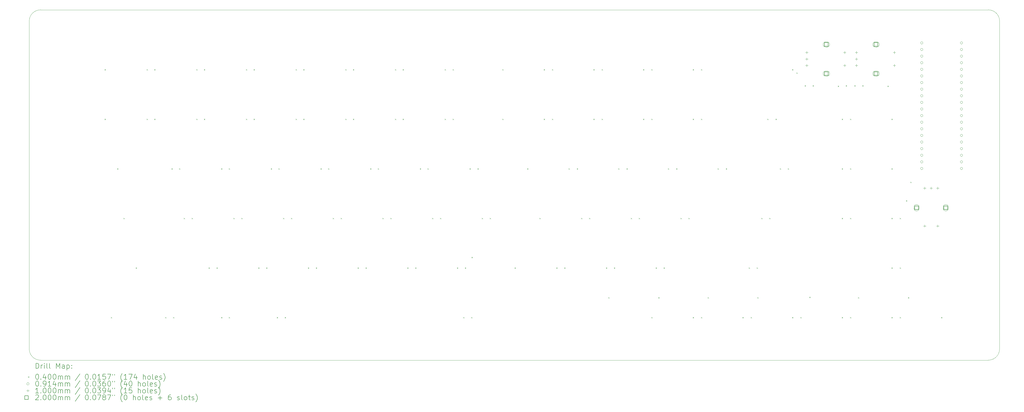
<source format=gbr>
%TF.GenerationSoftware,KiCad,Pcbnew,8.0.7*%
%TF.CreationDate,2025-03-15T22:58:30-07:00*%
%TF.ProjectId,keyboard,6b657962-6f61-4726-942e-6b696361645f,rev?*%
%TF.SameCoordinates,Original*%
%TF.FileFunction,Drillmap*%
%TF.FilePolarity,Positive*%
%FSLAX45Y45*%
G04 Gerber Fmt 4.5, Leading zero omitted, Abs format (unit mm)*
G04 Created by KiCad (PCBNEW 8.0.7) date 2025-03-15 22:58:30*
%MOMM*%
%LPD*%
G01*
G04 APERTURE LIST*
%ADD10C,0.100000*%
%ADD11C,0.200000*%
G04 APERTURE END LIST*
D10*
X48577500Y-23228300D02*
X48577500Y-35826700D01*
X48145700Y-36258500D02*
X11798300Y-36258500D01*
X48145700Y-22796500D02*
G75*
G02*
X48577500Y-23228300I0J-431800D01*
G01*
X11798300Y-36258500D02*
G75*
G02*
X11366500Y-35826700I0J431800D01*
G01*
X11798300Y-22796500D02*
X48145700Y-22796500D01*
X11366500Y-23228300D02*
G75*
G02*
X11798300Y-22796500I431800J0D01*
G01*
X48577500Y-35826700D02*
G75*
G02*
X48145700Y-36258500I-431800J0D01*
G01*
X11366500Y-35826700D02*
X11366500Y-23228300D01*
D11*
D10*
X14254800Y-25075200D02*
X14294800Y-25115200D01*
X14294800Y-25075200D02*
X14254800Y-25115200D01*
X14254800Y-26980200D02*
X14294800Y-27020200D01*
X14294800Y-26980200D02*
X14254800Y-27020200D01*
X14496100Y-34600200D02*
X14536100Y-34640200D01*
X14536100Y-34600200D02*
X14496100Y-34640200D01*
X14737400Y-28885200D02*
X14777400Y-28925200D01*
X14777400Y-28885200D02*
X14737400Y-28925200D01*
X14978700Y-30790200D02*
X15018700Y-30830200D01*
X15018700Y-30790200D02*
X14978700Y-30830200D01*
X15448600Y-32695200D02*
X15488600Y-32735200D01*
X15488600Y-32695200D02*
X15448600Y-32735200D01*
X15867700Y-25075200D02*
X15907700Y-25115200D01*
X15907700Y-25075200D02*
X15867700Y-25115200D01*
X15867700Y-26980200D02*
X15907700Y-27020200D01*
X15907700Y-26980200D02*
X15867700Y-27020200D01*
X16159800Y-25075200D02*
X16199800Y-25115200D01*
X16199800Y-25075200D02*
X16159800Y-25115200D01*
X16159800Y-26980200D02*
X16199800Y-27020200D01*
X16199800Y-26980200D02*
X16159800Y-27020200D01*
X16578900Y-34600200D02*
X16618900Y-34640200D01*
X16618900Y-34600200D02*
X16578900Y-34640200D01*
X16820200Y-28885200D02*
X16860200Y-28925200D01*
X16860200Y-28885200D02*
X16820200Y-28925200D01*
X16883700Y-34600200D02*
X16923700Y-34640200D01*
X16923700Y-34600200D02*
X16883700Y-34640200D01*
X17112300Y-28885200D02*
X17152300Y-28925200D01*
X17152300Y-28885200D02*
X17112300Y-28925200D01*
X17290100Y-30790200D02*
X17330100Y-30830200D01*
X17330100Y-30790200D02*
X17290100Y-30830200D01*
X17594900Y-30790200D02*
X17634900Y-30830200D01*
X17634900Y-30790200D02*
X17594900Y-30830200D01*
X17772700Y-25075200D02*
X17812700Y-25115200D01*
X17812700Y-25075200D02*
X17772700Y-25115200D01*
X17772700Y-26980200D02*
X17812700Y-27020200D01*
X17812700Y-26980200D02*
X17772700Y-27020200D01*
X18064800Y-25075200D02*
X18104800Y-25115200D01*
X18104800Y-25075200D02*
X18064800Y-25115200D01*
X18064800Y-26980200D02*
X18104800Y-27020200D01*
X18104800Y-26980200D02*
X18064800Y-27020200D01*
X18242600Y-32695200D02*
X18282600Y-32735200D01*
X18282600Y-32695200D02*
X18242600Y-32735200D01*
X18547400Y-32695200D02*
X18587400Y-32735200D01*
X18587400Y-32695200D02*
X18547400Y-32735200D01*
X18725200Y-28885200D02*
X18765200Y-28925200D01*
X18765200Y-28885200D02*
X18725200Y-28925200D01*
X18725200Y-34600200D02*
X18765200Y-34640200D01*
X18765200Y-34600200D02*
X18725200Y-34640200D01*
X19017300Y-28885200D02*
X19057300Y-28925200D01*
X19057300Y-28885200D02*
X19017300Y-28925200D01*
X19017300Y-34600200D02*
X19057300Y-34640200D01*
X19057300Y-34600200D02*
X19017300Y-34640200D01*
X19195100Y-30790200D02*
X19235100Y-30830200D01*
X19235100Y-30790200D02*
X19195100Y-30830200D01*
X19499900Y-30790200D02*
X19539900Y-30830200D01*
X19539900Y-30790200D02*
X19499900Y-30830200D01*
X19677700Y-25075200D02*
X19717700Y-25115200D01*
X19717700Y-25075200D02*
X19677700Y-25115200D01*
X19677700Y-26980200D02*
X19717700Y-27020200D01*
X19717700Y-26980200D02*
X19677700Y-27020200D01*
X19969800Y-25075200D02*
X20009800Y-25115200D01*
X20009800Y-25075200D02*
X19969800Y-25115200D01*
X19969800Y-26980200D02*
X20009800Y-27020200D01*
X20009800Y-26980200D02*
X19969800Y-27020200D01*
X20147600Y-32695200D02*
X20187600Y-32735200D01*
X20187600Y-32695200D02*
X20147600Y-32735200D01*
X20452400Y-32695200D02*
X20492400Y-32735200D01*
X20492400Y-32695200D02*
X20452400Y-32735200D01*
X20630200Y-28885200D02*
X20670200Y-28925200D01*
X20670200Y-28885200D02*
X20630200Y-28925200D01*
X20858800Y-34600200D02*
X20898800Y-34640200D01*
X20898800Y-34600200D02*
X20858800Y-34640200D01*
X20922300Y-28885200D02*
X20962300Y-28925200D01*
X20962300Y-28885200D02*
X20922300Y-28925200D01*
X21100100Y-30790200D02*
X21140100Y-30830200D01*
X21140100Y-30790200D02*
X21100100Y-30830200D01*
X21163600Y-34600200D02*
X21203600Y-34640200D01*
X21203600Y-34600200D02*
X21163600Y-34640200D01*
X21404900Y-30790200D02*
X21444900Y-30830200D01*
X21444900Y-30790200D02*
X21404900Y-30830200D01*
X21582700Y-25075200D02*
X21622700Y-25115200D01*
X21622700Y-25075200D02*
X21582700Y-25115200D01*
X21582700Y-26980200D02*
X21622700Y-27020200D01*
X21622700Y-26980200D02*
X21582700Y-27020200D01*
X21874800Y-25075200D02*
X21914800Y-25115200D01*
X21914800Y-25075200D02*
X21874800Y-25115200D01*
X21874800Y-26980200D02*
X21914800Y-27020200D01*
X21914800Y-26980200D02*
X21874800Y-27020200D01*
X22052600Y-32695200D02*
X22092600Y-32735200D01*
X22092600Y-32695200D02*
X22052600Y-32735200D01*
X22357400Y-32695200D02*
X22397400Y-32735200D01*
X22397400Y-32695200D02*
X22357400Y-32735200D01*
X22535200Y-28885200D02*
X22575200Y-28925200D01*
X22575200Y-28885200D02*
X22535200Y-28925200D01*
X22827300Y-28885200D02*
X22867300Y-28925200D01*
X22867300Y-28885200D02*
X22827300Y-28925200D01*
X23005100Y-30790200D02*
X23045100Y-30830200D01*
X23045100Y-30790200D02*
X23005100Y-30830200D01*
X23309900Y-30790200D02*
X23349900Y-30830200D01*
X23349900Y-30790200D02*
X23309900Y-30830200D01*
X23487700Y-25075200D02*
X23527700Y-25115200D01*
X23527700Y-25075200D02*
X23487700Y-25115200D01*
X23487700Y-26980200D02*
X23527700Y-27020200D01*
X23527700Y-26980200D02*
X23487700Y-27020200D01*
X23779800Y-25075200D02*
X23819800Y-25115200D01*
X23819800Y-25075200D02*
X23779800Y-25115200D01*
X23779800Y-26980200D02*
X23819800Y-27020200D01*
X23819800Y-26980200D02*
X23779800Y-27020200D01*
X23957600Y-32695200D02*
X23997600Y-32735200D01*
X23997600Y-32695200D02*
X23957600Y-32735200D01*
X24262400Y-32695200D02*
X24302400Y-32735200D01*
X24302400Y-32695200D02*
X24262400Y-32735200D01*
X24440200Y-28885200D02*
X24480200Y-28925200D01*
X24480200Y-28885200D02*
X24440200Y-28925200D01*
X24732300Y-28885200D02*
X24772300Y-28925200D01*
X24772300Y-28885200D02*
X24732300Y-28925200D01*
X24910100Y-30790200D02*
X24950100Y-30830200D01*
X24950100Y-30790200D02*
X24910100Y-30830200D01*
X25214900Y-30790200D02*
X25254900Y-30830200D01*
X25254900Y-30790200D02*
X25214900Y-30830200D01*
X25392700Y-25075200D02*
X25432700Y-25115200D01*
X25432700Y-25075200D02*
X25392700Y-25115200D01*
X25392700Y-26980200D02*
X25432700Y-27020200D01*
X25432700Y-26980200D02*
X25392700Y-27020200D01*
X25684800Y-25075200D02*
X25724800Y-25115200D01*
X25724800Y-25075200D02*
X25684800Y-25115200D01*
X25684800Y-26980200D02*
X25724800Y-27020200D01*
X25724800Y-26980200D02*
X25684800Y-27020200D01*
X25862600Y-32695200D02*
X25902600Y-32735200D01*
X25902600Y-32695200D02*
X25862600Y-32735200D01*
X26167400Y-32695200D02*
X26207400Y-32735200D01*
X26207400Y-32695200D02*
X26167400Y-32735200D01*
X26345200Y-28885200D02*
X26385200Y-28925200D01*
X26385200Y-28885200D02*
X26345200Y-28925200D01*
X26637300Y-28885200D02*
X26677300Y-28925200D01*
X26677300Y-28885200D02*
X26637300Y-28925200D01*
X26815100Y-30790200D02*
X26855100Y-30830200D01*
X26855100Y-30790200D02*
X26815100Y-30830200D01*
X27119900Y-30790200D02*
X27159900Y-30830200D01*
X27159900Y-30790200D02*
X27119900Y-30830200D01*
X27297700Y-25075200D02*
X27337700Y-25115200D01*
X27337700Y-25075200D02*
X27297700Y-25115200D01*
X27297700Y-26980200D02*
X27337700Y-27020200D01*
X27337700Y-26980200D02*
X27297700Y-27020200D01*
X27602500Y-25075200D02*
X27642500Y-25115200D01*
X27642500Y-25075200D02*
X27602500Y-25115200D01*
X27602500Y-26980200D02*
X27642500Y-27020200D01*
X27642500Y-26980200D02*
X27602500Y-27020200D01*
X27767600Y-32695200D02*
X27807600Y-32735200D01*
X27807600Y-32695200D02*
X27767600Y-32735200D01*
X28008900Y-34600200D02*
X28048900Y-34640200D01*
X28048900Y-34600200D02*
X28008900Y-34640200D01*
X28072400Y-32695200D02*
X28112400Y-32735200D01*
X28112400Y-32695200D02*
X28072400Y-32735200D01*
X28250200Y-28885200D02*
X28290200Y-28925200D01*
X28290200Y-28885200D02*
X28250200Y-28925200D01*
X28313700Y-34600200D02*
X28353700Y-34640200D01*
X28353700Y-34600200D02*
X28313700Y-34640200D01*
X28326400Y-32288800D02*
X28366400Y-32328800D01*
X28366400Y-32288800D02*
X28326400Y-32328800D01*
X28555000Y-28885200D02*
X28595000Y-28925200D01*
X28595000Y-28885200D02*
X28555000Y-28925200D01*
X28720100Y-30790200D02*
X28760100Y-30830200D01*
X28760100Y-30790200D02*
X28720100Y-30830200D01*
X29024900Y-30790200D02*
X29064900Y-30830200D01*
X29064900Y-30790200D02*
X29024900Y-30830200D01*
X29507500Y-25075200D02*
X29547500Y-25115200D01*
X29547500Y-25075200D02*
X29507500Y-25115200D01*
X29507500Y-26980200D02*
X29547500Y-27020200D01*
X29547500Y-26980200D02*
X29507500Y-27020200D01*
X29977400Y-32695200D02*
X30017400Y-32735200D01*
X30017400Y-32695200D02*
X29977400Y-32735200D01*
X30460000Y-28885200D02*
X30500000Y-28925200D01*
X30500000Y-28885200D02*
X30460000Y-28925200D01*
X30929900Y-30790200D02*
X30969900Y-30830200D01*
X30969900Y-30790200D02*
X30929900Y-30830200D01*
X31095000Y-25075200D02*
X31135000Y-25115200D01*
X31135000Y-25075200D02*
X31095000Y-25115200D01*
X31095000Y-26980200D02*
X31135000Y-27020200D01*
X31135000Y-26980200D02*
X31095000Y-27020200D01*
X31412500Y-25075200D02*
X31452500Y-25115200D01*
X31452500Y-25075200D02*
X31412500Y-25115200D01*
X31412500Y-26980200D02*
X31452500Y-27020200D01*
X31452500Y-26980200D02*
X31412500Y-27020200D01*
X31577600Y-32695200D02*
X31617600Y-32735200D01*
X31617600Y-32695200D02*
X31577600Y-32735200D01*
X31882400Y-32695200D02*
X31922400Y-32735200D01*
X31922400Y-32695200D02*
X31882400Y-32735200D01*
X32047500Y-28885200D02*
X32087500Y-28925200D01*
X32087500Y-28885200D02*
X32047500Y-28925200D01*
X32365000Y-28885200D02*
X32405000Y-28925200D01*
X32405000Y-28885200D02*
X32365000Y-28925200D01*
X32530100Y-30790200D02*
X32570100Y-30830200D01*
X32570100Y-30790200D02*
X32530100Y-30830200D01*
X32834900Y-30790200D02*
X32874900Y-30830200D01*
X32874900Y-30790200D02*
X32834900Y-30830200D01*
X33000000Y-25075200D02*
X33040000Y-25115200D01*
X33040000Y-25075200D02*
X33000000Y-25115200D01*
X33000000Y-26980200D02*
X33040000Y-27020200D01*
X33040000Y-26980200D02*
X33000000Y-27020200D01*
X33317500Y-25075200D02*
X33357500Y-25115200D01*
X33357500Y-25075200D02*
X33317500Y-25115200D01*
X33317500Y-26980200D02*
X33357500Y-27020200D01*
X33357500Y-26980200D02*
X33317500Y-27020200D01*
X33482600Y-32695200D02*
X33522600Y-32735200D01*
X33522600Y-32695200D02*
X33482600Y-32735200D01*
X33571500Y-33838200D02*
X33611500Y-33878200D01*
X33611500Y-33838200D02*
X33571500Y-33878200D01*
X33787400Y-32695200D02*
X33827400Y-32735200D01*
X33827400Y-32695200D02*
X33787400Y-32735200D01*
X33952500Y-28885200D02*
X33992500Y-28925200D01*
X33992500Y-28885200D02*
X33952500Y-28925200D01*
X34270000Y-28885200D02*
X34310000Y-28925200D01*
X34310000Y-28885200D02*
X34270000Y-28925200D01*
X34435100Y-30790200D02*
X34475100Y-30830200D01*
X34475100Y-30790200D02*
X34435100Y-30830200D01*
X34739900Y-30790200D02*
X34779900Y-30830200D01*
X34779900Y-30790200D02*
X34739900Y-30830200D01*
X34905000Y-25075200D02*
X34945000Y-25115200D01*
X34945000Y-25075200D02*
X34905000Y-25115200D01*
X34905000Y-26980200D02*
X34945000Y-27020200D01*
X34945000Y-26980200D02*
X34905000Y-27020200D01*
X35222500Y-25075200D02*
X35262500Y-25115200D01*
X35262500Y-25075200D02*
X35222500Y-25115200D01*
X35222500Y-26980200D02*
X35262500Y-27020200D01*
X35262500Y-26980200D02*
X35222500Y-27020200D01*
X35222500Y-34600200D02*
X35262500Y-34640200D01*
X35262500Y-34600200D02*
X35222500Y-34640200D01*
X35387600Y-32695200D02*
X35427600Y-32735200D01*
X35427600Y-32695200D02*
X35387600Y-32735200D01*
X35489200Y-33838200D02*
X35529200Y-33878200D01*
X35529200Y-33838200D02*
X35489200Y-33878200D01*
X35692400Y-32695200D02*
X35732400Y-32735200D01*
X35732400Y-32695200D02*
X35692400Y-32735200D01*
X35857500Y-28885200D02*
X35897500Y-28925200D01*
X35897500Y-28885200D02*
X35857500Y-28925200D01*
X36175000Y-28885200D02*
X36215000Y-28925200D01*
X36215000Y-28885200D02*
X36175000Y-28925200D01*
X36340100Y-30790200D02*
X36380100Y-30830200D01*
X36380100Y-30790200D02*
X36340100Y-30830200D01*
X36644900Y-30790200D02*
X36684900Y-30830200D01*
X36684900Y-30790200D02*
X36644900Y-30830200D01*
X36810000Y-25075200D02*
X36850000Y-25115200D01*
X36850000Y-25075200D02*
X36810000Y-25115200D01*
X36810000Y-26980200D02*
X36850000Y-27020200D01*
X36850000Y-26980200D02*
X36810000Y-27020200D01*
X36810000Y-34600200D02*
X36850000Y-34640200D01*
X36850000Y-34600200D02*
X36810000Y-34640200D01*
X37127500Y-25075200D02*
X37167500Y-25115200D01*
X37167500Y-25075200D02*
X37127500Y-25115200D01*
X37127500Y-26980200D02*
X37167500Y-27020200D01*
X37167500Y-26980200D02*
X37127500Y-27020200D01*
X37127500Y-34600200D02*
X37167500Y-34640200D01*
X37167500Y-34600200D02*
X37127500Y-34640200D01*
X37381500Y-33838200D02*
X37421500Y-33878200D01*
X37421500Y-33838200D02*
X37381500Y-33878200D01*
X37762500Y-28885200D02*
X37802500Y-28925200D01*
X37802500Y-28885200D02*
X37762500Y-28925200D01*
X38080000Y-28885200D02*
X38120000Y-28925200D01*
X38120000Y-28885200D02*
X38080000Y-28925200D01*
X38715000Y-34600200D02*
X38755000Y-34640200D01*
X38755000Y-34600200D02*
X38715000Y-34640200D01*
X38956300Y-32695200D02*
X38996300Y-32735200D01*
X38996300Y-32695200D02*
X38956300Y-32735200D01*
X39032500Y-34600200D02*
X39072500Y-34640200D01*
X39072500Y-34600200D02*
X39032500Y-34640200D01*
X39261100Y-32695200D02*
X39301100Y-32735200D01*
X39301100Y-32695200D02*
X39261100Y-32735200D01*
X39286500Y-33838200D02*
X39326500Y-33878200D01*
X39326500Y-33838200D02*
X39286500Y-33878200D01*
X39438900Y-30790200D02*
X39478900Y-30830200D01*
X39478900Y-30790200D02*
X39438900Y-30830200D01*
X39667500Y-26980200D02*
X39707500Y-27020200D01*
X39707500Y-26980200D02*
X39667500Y-27020200D01*
X39743700Y-30790200D02*
X39783700Y-30830200D01*
X39783700Y-30790200D02*
X39743700Y-30830200D01*
X39985000Y-26980200D02*
X40025000Y-27020200D01*
X40025000Y-26980200D02*
X39985000Y-27020200D01*
X40150100Y-28885200D02*
X40190100Y-28925200D01*
X40190100Y-28885200D02*
X40150100Y-28925200D01*
X40454900Y-28885200D02*
X40494900Y-28925200D01*
X40494900Y-28885200D02*
X40454900Y-28925200D01*
X40620000Y-25075200D02*
X40660000Y-25115200D01*
X40660000Y-25075200D02*
X40620000Y-25115200D01*
X40620000Y-34600200D02*
X40660000Y-34640200D01*
X40660000Y-34600200D02*
X40620000Y-34640200D01*
X40785100Y-25202200D02*
X40825100Y-25242200D01*
X40825100Y-25202200D02*
X40785100Y-25242200D01*
X40937500Y-34600200D02*
X40977500Y-34640200D01*
X40977500Y-34600200D02*
X40937500Y-34640200D01*
X41102600Y-25697500D02*
X41142600Y-25737500D01*
X41142600Y-25697500D02*
X41102600Y-25737500D01*
X41280400Y-33825500D02*
X41320400Y-33865500D01*
X41320400Y-33825500D02*
X41280400Y-33865500D01*
X41407400Y-25697500D02*
X41447400Y-25737500D01*
X41447400Y-25697500D02*
X41407400Y-25737500D01*
X42372600Y-25710200D02*
X42412600Y-25750200D01*
X42412600Y-25710200D02*
X42372600Y-25750200D01*
X42525000Y-26980200D02*
X42565000Y-27020200D01*
X42565000Y-26980200D02*
X42525000Y-27020200D01*
X42525000Y-28885200D02*
X42565000Y-28925200D01*
X42565000Y-28885200D02*
X42525000Y-28925200D01*
X42525000Y-30790200D02*
X42565000Y-30830200D01*
X42565000Y-30790200D02*
X42525000Y-30830200D01*
X42525000Y-34600200D02*
X42565000Y-34640200D01*
X42565000Y-34600200D02*
X42525000Y-34640200D01*
X42677400Y-25697500D02*
X42717400Y-25737500D01*
X42717400Y-25697500D02*
X42677400Y-25737500D01*
X42842500Y-26980200D02*
X42882500Y-27020200D01*
X42882500Y-26980200D02*
X42842500Y-27020200D01*
X42842500Y-28885200D02*
X42882500Y-28925200D01*
X42882500Y-28885200D02*
X42842500Y-28925200D01*
X42842500Y-30790200D02*
X42882500Y-30830200D01*
X42882500Y-30790200D02*
X42842500Y-30830200D01*
X42842500Y-34600200D02*
X42882500Y-34640200D01*
X42882500Y-34600200D02*
X42842500Y-34640200D01*
X43007600Y-25697500D02*
X43047600Y-25737500D01*
X43047600Y-25697500D02*
X43007600Y-25737500D01*
X43147300Y-33838200D02*
X43187300Y-33878200D01*
X43187300Y-33838200D02*
X43147300Y-33878200D01*
X43312400Y-25697500D02*
X43352400Y-25737500D01*
X43352400Y-25697500D02*
X43312400Y-25737500D01*
X44277600Y-25710200D02*
X44317600Y-25750200D01*
X44317600Y-25710200D02*
X44277600Y-25750200D01*
X44430000Y-26980200D02*
X44470000Y-27020200D01*
X44470000Y-26980200D02*
X44430000Y-27020200D01*
X44430000Y-28885200D02*
X44470000Y-28925200D01*
X44470000Y-28885200D02*
X44430000Y-28925200D01*
X44430000Y-30790200D02*
X44470000Y-30830200D01*
X44470000Y-30790200D02*
X44430000Y-30830200D01*
X44430000Y-32695200D02*
X44470000Y-32735200D01*
X44470000Y-32695200D02*
X44430000Y-32735200D01*
X44430000Y-34600200D02*
X44470000Y-34640200D01*
X44470000Y-34600200D02*
X44430000Y-34640200D01*
X44747500Y-30790200D02*
X44787500Y-30830200D01*
X44787500Y-30790200D02*
X44747500Y-30830200D01*
X44747500Y-32695200D02*
X44787500Y-32735200D01*
X44787500Y-32695200D02*
X44747500Y-32735200D01*
X44747500Y-34600200D02*
X44787500Y-34640200D01*
X44787500Y-34600200D02*
X44747500Y-34640200D01*
X44988800Y-30117100D02*
X45028800Y-30157100D01*
X45028800Y-30117100D02*
X44988800Y-30157100D01*
X45065000Y-33838200D02*
X45105000Y-33878200D01*
X45105000Y-33838200D02*
X45065000Y-33878200D01*
X45153900Y-29405900D02*
X45193900Y-29445900D01*
X45193900Y-29405900D02*
X45153900Y-29445900D01*
X46335000Y-34600200D02*
X46375000Y-34640200D01*
X46375000Y-34600200D02*
X46335000Y-34640200D01*
X45638700Y-24066500D02*
G75*
G02*
X45547300Y-24066500I-45700J0D01*
G01*
X45547300Y-24066500D02*
G75*
G02*
X45638700Y-24066500I45700J0D01*
G01*
X45638700Y-24320500D02*
G75*
G02*
X45547300Y-24320500I-45700J0D01*
G01*
X45547300Y-24320500D02*
G75*
G02*
X45638700Y-24320500I45700J0D01*
G01*
X45638700Y-24574500D02*
G75*
G02*
X45547300Y-24574500I-45700J0D01*
G01*
X45547300Y-24574500D02*
G75*
G02*
X45638700Y-24574500I45700J0D01*
G01*
X45638700Y-24828500D02*
G75*
G02*
X45547300Y-24828500I-45700J0D01*
G01*
X45547300Y-24828500D02*
G75*
G02*
X45638700Y-24828500I45700J0D01*
G01*
X45638700Y-25082500D02*
G75*
G02*
X45547300Y-25082500I-45700J0D01*
G01*
X45547300Y-25082500D02*
G75*
G02*
X45638700Y-25082500I45700J0D01*
G01*
X45638700Y-25336500D02*
G75*
G02*
X45547300Y-25336500I-45700J0D01*
G01*
X45547300Y-25336500D02*
G75*
G02*
X45638700Y-25336500I45700J0D01*
G01*
X45638700Y-25590500D02*
G75*
G02*
X45547300Y-25590500I-45700J0D01*
G01*
X45547300Y-25590500D02*
G75*
G02*
X45638700Y-25590500I45700J0D01*
G01*
X45638700Y-25844500D02*
G75*
G02*
X45547300Y-25844500I-45700J0D01*
G01*
X45547300Y-25844500D02*
G75*
G02*
X45638700Y-25844500I45700J0D01*
G01*
X45638700Y-26098500D02*
G75*
G02*
X45547300Y-26098500I-45700J0D01*
G01*
X45547300Y-26098500D02*
G75*
G02*
X45638700Y-26098500I45700J0D01*
G01*
X45638700Y-26352500D02*
G75*
G02*
X45547300Y-26352500I-45700J0D01*
G01*
X45547300Y-26352500D02*
G75*
G02*
X45638700Y-26352500I45700J0D01*
G01*
X45638700Y-26606500D02*
G75*
G02*
X45547300Y-26606500I-45700J0D01*
G01*
X45547300Y-26606500D02*
G75*
G02*
X45638700Y-26606500I45700J0D01*
G01*
X45638700Y-26860500D02*
G75*
G02*
X45547300Y-26860500I-45700J0D01*
G01*
X45547300Y-26860500D02*
G75*
G02*
X45638700Y-26860500I45700J0D01*
G01*
X45638700Y-27114500D02*
G75*
G02*
X45547300Y-27114500I-45700J0D01*
G01*
X45547300Y-27114500D02*
G75*
G02*
X45638700Y-27114500I45700J0D01*
G01*
X45638700Y-27368500D02*
G75*
G02*
X45547300Y-27368500I-45700J0D01*
G01*
X45547300Y-27368500D02*
G75*
G02*
X45638700Y-27368500I45700J0D01*
G01*
X45638700Y-27622500D02*
G75*
G02*
X45547300Y-27622500I-45700J0D01*
G01*
X45547300Y-27622500D02*
G75*
G02*
X45638700Y-27622500I45700J0D01*
G01*
X45638700Y-27876500D02*
G75*
G02*
X45547300Y-27876500I-45700J0D01*
G01*
X45547300Y-27876500D02*
G75*
G02*
X45638700Y-27876500I45700J0D01*
G01*
X45638700Y-28130500D02*
G75*
G02*
X45547300Y-28130500I-45700J0D01*
G01*
X45547300Y-28130500D02*
G75*
G02*
X45638700Y-28130500I45700J0D01*
G01*
X45638700Y-28384500D02*
G75*
G02*
X45547300Y-28384500I-45700J0D01*
G01*
X45547300Y-28384500D02*
G75*
G02*
X45638700Y-28384500I45700J0D01*
G01*
X45638700Y-28638500D02*
G75*
G02*
X45547300Y-28638500I-45700J0D01*
G01*
X45547300Y-28638500D02*
G75*
G02*
X45638700Y-28638500I45700J0D01*
G01*
X45638700Y-28892500D02*
G75*
G02*
X45547300Y-28892500I-45700J0D01*
G01*
X45547300Y-28892500D02*
G75*
G02*
X45638700Y-28892500I45700J0D01*
G01*
X47162700Y-24066500D02*
G75*
G02*
X47071300Y-24066500I-45700J0D01*
G01*
X47071300Y-24066500D02*
G75*
G02*
X47162700Y-24066500I45700J0D01*
G01*
X47162700Y-24320500D02*
G75*
G02*
X47071300Y-24320500I-45700J0D01*
G01*
X47071300Y-24320500D02*
G75*
G02*
X47162700Y-24320500I45700J0D01*
G01*
X47162700Y-24574500D02*
G75*
G02*
X47071300Y-24574500I-45700J0D01*
G01*
X47071300Y-24574500D02*
G75*
G02*
X47162700Y-24574500I45700J0D01*
G01*
X47162700Y-24828500D02*
G75*
G02*
X47071300Y-24828500I-45700J0D01*
G01*
X47071300Y-24828500D02*
G75*
G02*
X47162700Y-24828500I45700J0D01*
G01*
X47162700Y-25082500D02*
G75*
G02*
X47071300Y-25082500I-45700J0D01*
G01*
X47071300Y-25082500D02*
G75*
G02*
X47162700Y-25082500I45700J0D01*
G01*
X47162700Y-25336500D02*
G75*
G02*
X47071300Y-25336500I-45700J0D01*
G01*
X47071300Y-25336500D02*
G75*
G02*
X47162700Y-25336500I45700J0D01*
G01*
X47162700Y-25590500D02*
G75*
G02*
X47071300Y-25590500I-45700J0D01*
G01*
X47071300Y-25590500D02*
G75*
G02*
X47162700Y-25590500I45700J0D01*
G01*
X47162700Y-25844500D02*
G75*
G02*
X47071300Y-25844500I-45700J0D01*
G01*
X47071300Y-25844500D02*
G75*
G02*
X47162700Y-25844500I45700J0D01*
G01*
X47162700Y-26098500D02*
G75*
G02*
X47071300Y-26098500I-45700J0D01*
G01*
X47071300Y-26098500D02*
G75*
G02*
X47162700Y-26098500I45700J0D01*
G01*
X47162700Y-26352500D02*
G75*
G02*
X47071300Y-26352500I-45700J0D01*
G01*
X47071300Y-26352500D02*
G75*
G02*
X47162700Y-26352500I45700J0D01*
G01*
X47162700Y-26606500D02*
G75*
G02*
X47071300Y-26606500I-45700J0D01*
G01*
X47071300Y-26606500D02*
G75*
G02*
X47162700Y-26606500I45700J0D01*
G01*
X47162700Y-26860500D02*
G75*
G02*
X47071300Y-26860500I-45700J0D01*
G01*
X47071300Y-26860500D02*
G75*
G02*
X47162700Y-26860500I45700J0D01*
G01*
X47162700Y-27114500D02*
G75*
G02*
X47071300Y-27114500I-45700J0D01*
G01*
X47071300Y-27114500D02*
G75*
G02*
X47162700Y-27114500I45700J0D01*
G01*
X47162700Y-27368500D02*
G75*
G02*
X47071300Y-27368500I-45700J0D01*
G01*
X47071300Y-27368500D02*
G75*
G02*
X47162700Y-27368500I45700J0D01*
G01*
X47162700Y-27622500D02*
G75*
G02*
X47071300Y-27622500I-45700J0D01*
G01*
X47071300Y-27622500D02*
G75*
G02*
X47162700Y-27622500I45700J0D01*
G01*
X47162700Y-27876500D02*
G75*
G02*
X47071300Y-27876500I-45700J0D01*
G01*
X47071300Y-27876500D02*
G75*
G02*
X47162700Y-27876500I45700J0D01*
G01*
X47162700Y-28130500D02*
G75*
G02*
X47071300Y-28130500I-45700J0D01*
G01*
X47071300Y-28130500D02*
G75*
G02*
X47162700Y-28130500I45700J0D01*
G01*
X47162700Y-28384500D02*
G75*
G02*
X47071300Y-28384500I-45700J0D01*
G01*
X47071300Y-28384500D02*
G75*
G02*
X47162700Y-28384500I45700J0D01*
G01*
X47162700Y-28638500D02*
G75*
G02*
X47071300Y-28638500I-45700J0D01*
G01*
X47071300Y-28638500D02*
G75*
G02*
X47162700Y-28638500I45700J0D01*
G01*
X47162700Y-28892500D02*
G75*
G02*
X47071300Y-28892500I-45700J0D01*
G01*
X47071300Y-28892500D02*
G75*
G02*
X47162700Y-28892500I45700J0D01*
G01*
X41185000Y-24385625D02*
X41185000Y-24485625D01*
X41135000Y-24435625D02*
X41235000Y-24435625D01*
X41185000Y-24635625D02*
X41185000Y-24735625D01*
X41135000Y-24685625D02*
X41235000Y-24685625D01*
X41185000Y-24885625D02*
X41185000Y-24985625D01*
X41135000Y-24935625D02*
X41235000Y-24935625D01*
X42635000Y-24385625D02*
X42635000Y-24485625D01*
X42585000Y-24435625D02*
X42685000Y-24435625D01*
X42635000Y-24885625D02*
X42635000Y-24985625D01*
X42585000Y-24935625D02*
X42685000Y-24935625D01*
X43090000Y-24385625D02*
X43090000Y-24485625D01*
X43040000Y-24435625D02*
X43140000Y-24435625D01*
X43090000Y-24635625D02*
X43090000Y-24735625D01*
X43040000Y-24685625D02*
X43140000Y-24685625D01*
X43090000Y-24885625D02*
X43090000Y-24985625D01*
X43040000Y-24935625D02*
X43140000Y-24935625D01*
X44540000Y-24385625D02*
X44540000Y-24485625D01*
X44490000Y-24435625D02*
X44590000Y-24435625D01*
X44540000Y-24885625D02*
X44540000Y-24985625D01*
X44490000Y-24935625D02*
X44590000Y-24935625D01*
X45703750Y-29600625D02*
X45703750Y-29700625D01*
X45653750Y-29650625D02*
X45753750Y-29650625D01*
X45703750Y-31050625D02*
X45703750Y-31150625D01*
X45653750Y-31100625D02*
X45753750Y-31100625D01*
X45953750Y-29600625D02*
X45953750Y-29700625D01*
X45903750Y-29650625D02*
X46003750Y-29650625D01*
X46203750Y-29600625D02*
X46203750Y-29700625D01*
X46153750Y-29650625D02*
X46253750Y-29650625D01*
X46203750Y-31050625D02*
X46203750Y-31150625D01*
X46153750Y-31100625D02*
X46253750Y-31100625D01*
D11*
X42005711Y-24196336D02*
X42005711Y-24054914D01*
X41864289Y-24054914D01*
X41864289Y-24196336D01*
X42005711Y-24196336D01*
D10*
X41910000Y-24225625D02*
X41960000Y-24225625D01*
X41960000Y-24025625D02*
G75*
G02*
X41960000Y-24225625I0J-100000D01*
G01*
X41960000Y-24025625D02*
X41910000Y-24025625D01*
X41910000Y-24025625D02*
G75*
G03*
X41910000Y-24225625I0J-100000D01*
G01*
D11*
X42005711Y-25316336D02*
X42005711Y-25174914D01*
X41864289Y-25174914D01*
X41864289Y-25316336D01*
X42005711Y-25316336D01*
D10*
X41910000Y-25345625D02*
X41960000Y-25345625D01*
X41960000Y-25145625D02*
G75*
G02*
X41960000Y-25345625I0J-100000D01*
G01*
X41960000Y-25145625D02*
X41910000Y-25145625D01*
X41910000Y-25145625D02*
G75*
G03*
X41910000Y-25345625I0J-100000D01*
G01*
D11*
X43910711Y-24196336D02*
X43910711Y-24054914D01*
X43769289Y-24054914D01*
X43769289Y-24196336D01*
X43910711Y-24196336D01*
D10*
X43815000Y-24225625D02*
X43865000Y-24225625D01*
X43865000Y-24025625D02*
G75*
G02*
X43865000Y-24225625I0J-100000D01*
G01*
X43865000Y-24025625D02*
X43815000Y-24025625D01*
X43815000Y-24025625D02*
G75*
G03*
X43815000Y-24225625I0J-100000D01*
G01*
D11*
X43910711Y-25316336D02*
X43910711Y-25174914D01*
X43769289Y-25174914D01*
X43769289Y-25316336D01*
X43910711Y-25316336D01*
D10*
X43815000Y-25345625D02*
X43865000Y-25345625D01*
X43865000Y-25145625D02*
G75*
G02*
X43865000Y-25345625I0J-100000D01*
G01*
X43865000Y-25145625D02*
X43815000Y-25145625D01*
X43815000Y-25145625D02*
G75*
G03*
X43815000Y-25345625I0J-100000D01*
G01*
D11*
X45464461Y-30471336D02*
X45464461Y-30329914D01*
X45323039Y-30329914D01*
X45323039Y-30471336D01*
X45464461Y-30471336D01*
D10*
X45293750Y-30375625D02*
X45293750Y-30425625D01*
X45493750Y-30425625D02*
G75*
G02*
X45293750Y-30425625I-100000J0D01*
G01*
X45493750Y-30425625D02*
X45493750Y-30375625D01*
X45493750Y-30375625D02*
G75*
G03*
X45293750Y-30375625I-100000J0D01*
G01*
D11*
X46584461Y-30471336D02*
X46584461Y-30329914D01*
X46443039Y-30329914D01*
X46443039Y-30471336D01*
X46584461Y-30471336D01*
D10*
X46413750Y-30375625D02*
X46413750Y-30425625D01*
X46613750Y-30425625D02*
G75*
G02*
X46413750Y-30425625I-100000J0D01*
G01*
X46613750Y-30425625D02*
X46613750Y-30375625D01*
X46613750Y-30375625D02*
G75*
G03*
X46413750Y-30375625I-100000J0D01*
G01*
D11*
X11622277Y-36574984D02*
X11622277Y-36374984D01*
X11622277Y-36374984D02*
X11669896Y-36374984D01*
X11669896Y-36374984D02*
X11698467Y-36384508D01*
X11698467Y-36384508D02*
X11717515Y-36403555D01*
X11717515Y-36403555D02*
X11727039Y-36422603D01*
X11727039Y-36422603D02*
X11736562Y-36460698D01*
X11736562Y-36460698D02*
X11736562Y-36489270D01*
X11736562Y-36489270D02*
X11727039Y-36527365D01*
X11727039Y-36527365D02*
X11717515Y-36546412D01*
X11717515Y-36546412D02*
X11698467Y-36565460D01*
X11698467Y-36565460D02*
X11669896Y-36574984D01*
X11669896Y-36574984D02*
X11622277Y-36574984D01*
X11822277Y-36574984D02*
X11822277Y-36441650D01*
X11822277Y-36479746D02*
X11831801Y-36460698D01*
X11831801Y-36460698D02*
X11841324Y-36451174D01*
X11841324Y-36451174D02*
X11860372Y-36441650D01*
X11860372Y-36441650D02*
X11879420Y-36441650D01*
X11946086Y-36574984D02*
X11946086Y-36441650D01*
X11946086Y-36374984D02*
X11936562Y-36384508D01*
X11936562Y-36384508D02*
X11946086Y-36394031D01*
X11946086Y-36394031D02*
X11955610Y-36384508D01*
X11955610Y-36384508D02*
X11946086Y-36374984D01*
X11946086Y-36374984D02*
X11946086Y-36394031D01*
X12069896Y-36574984D02*
X12050848Y-36565460D01*
X12050848Y-36565460D02*
X12041324Y-36546412D01*
X12041324Y-36546412D02*
X12041324Y-36374984D01*
X12174658Y-36574984D02*
X12155610Y-36565460D01*
X12155610Y-36565460D02*
X12146086Y-36546412D01*
X12146086Y-36546412D02*
X12146086Y-36374984D01*
X12403229Y-36574984D02*
X12403229Y-36374984D01*
X12403229Y-36374984D02*
X12469896Y-36517841D01*
X12469896Y-36517841D02*
X12536562Y-36374984D01*
X12536562Y-36374984D02*
X12536562Y-36574984D01*
X12717515Y-36574984D02*
X12717515Y-36470222D01*
X12717515Y-36470222D02*
X12707991Y-36451174D01*
X12707991Y-36451174D02*
X12688943Y-36441650D01*
X12688943Y-36441650D02*
X12650848Y-36441650D01*
X12650848Y-36441650D02*
X12631801Y-36451174D01*
X12717515Y-36565460D02*
X12698467Y-36574984D01*
X12698467Y-36574984D02*
X12650848Y-36574984D01*
X12650848Y-36574984D02*
X12631801Y-36565460D01*
X12631801Y-36565460D02*
X12622277Y-36546412D01*
X12622277Y-36546412D02*
X12622277Y-36527365D01*
X12622277Y-36527365D02*
X12631801Y-36508317D01*
X12631801Y-36508317D02*
X12650848Y-36498793D01*
X12650848Y-36498793D02*
X12698467Y-36498793D01*
X12698467Y-36498793D02*
X12717515Y-36489270D01*
X12812753Y-36441650D02*
X12812753Y-36641650D01*
X12812753Y-36451174D02*
X12831801Y-36441650D01*
X12831801Y-36441650D02*
X12869896Y-36441650D01*
X12869896Y-36441650D02*
X12888943Y-36451174D01*
X12888943Y-36451174D02*
X12898467Y-36460698D01*
X12898467Y-36460698D02*
X12907991Y-36479746D01*
X12907991Y-36479746D02*
X12907991Y-36536889D01*
X12907991Y-36536889D02*
X12898467Y-36555936D01*
X12898467Y-36555936D02*
X12888943Y-36565460D01*
X12888943Y-36565460D02*
X12869896Y-36574984D01*
X12869896Y-36574984D02*
X12831801Y-36574984D01*
X12831801Y-36574984D02*
X12812753Y-36565460D01*
X12993705Y-36555936D02*
X13003229Y-36565460D01*
X13003229Y-36565460D02*
X12993705Y-36574984D01*
X12993705Y-36574984D02*
X12984182Y-36565460D01*
X12984182Y-36565460D02*
X12993705Y-36555936D01*
X12993705Y-36555936D02*
X12993705Y-36574984D01*
X12993705Y-36451174D02*
X13003229Y-36460698D01*
X13003229Y-36460698D02*
X12993705Y-36470222D01*
X12993705Y-36470222D02*
X12984182Y-36460698D01*
X12984182Y-36460698D02*
X12993705Y-36451174D01*
X12993705Y-36451174D02*
X12993705Y-36470222D01*
D10*
X11321500Y-36883500D02*
X11361500Y-36923500D01*
X11361500Y-36883500D02*
X11321500Y-36923500D01*
D11*
X11660372Y-36794984D02*
X11679420Y-36794984D01*
X11679420Y-36794984D02*
X11698467Y-36804508D01*
X11698467Y-36804508D02*
X11707991Y-36814031D01*
X11707991Y-36814031D02*
X11717515Y-36833079D01*
X11717515Y-36833079D02*
X11727039Y-36871174D01*
X11727039Y-36871174D02*
X11727039Y-36918793D01*
X11727039Y-36918793D02*
X11717515Y-36956889D01*
X11717515Y-36956889D02*
X11707991Y-36975936D01*
X11707991Y-36975936D02*
X11698467Y-36985460D01*
X11698467Y-36985460D02*
X11679420Y-36994984D01*
X11679420Y-36994984D02*
X11660372Y-36994984D01*
X11660372Y-36994984D02*
X11641324Y-36985460D01*
X11641324Y-36985460D02*
X11631801Y-36975936D01*
X11631801Y-36975936D02*
X11622277Y-36956889D01*
X11622277Y-36956889D02*
X11612753Y-36918793D01*
X11612753Y-36918793D02*
X11612753Y-36871174D01*
X11612753Y-36871174D02*
X11622277Y-36833079D01*
X11622277Y-36833079D02*
X11631801Y-36814031D01*
X11631801Y-36814031D02*
X11641324Y-36804508D01*
X11641324Y-36804508D02*
X11660372Y-36794984D01*
X11812753Y-36975936D02*
X11822277Y-36985460D01*
X11822277Y-36985460D02*
X11812753Y-36994984D01*
X11812753Y-36994984D02*
X11803229Y-36985460D01*
X11803229Y-36985460D02*
X11812753Y-36975936D01*
X11812753Y-36975936D02*
X11812753Y-36994984D01*
X11993705Y-36861650D02*
X11993705Y-36994984D01*
X11946086Y-36785460D02*
X11898467Y-36928317D01*
X11898467Y-36928317D02*
X12022277Y-36928317D01*
X12136562Y-36794984D02*
X12155610Y-36794984D01*
X12155610Y-36794984D02*
X12174658Y-36804508D01*
X12174658Y-36804508D02*
X12184182Y-36814031D01*
X12184182Y-36814031D02*
X12193705Y-36833079D01*
X12193705Y-36833079D02*
X12203229Y-36871174D01*
X12203229Y-36871174D02*
X12203229Y-36918793D01*
X12203229Y-36918793D02*
X12193705Y-36956889D01*
X12193705Y-36956889D02*
X12184182Y-36975936D01*
X12184182Y-36975936D02*
X12174658Y-36985460D01*
X12174658Y-36985460D02*
X12155610Y-36994984D01*
X12155610Y-36994984D02*
X12136562Y-36994984D01*
X12136562Y-36994984D02*
X12117515Y-36985460D01*
X12117515Y-36985460D02*
X12107991Y-36975936D01*
X12107991Y-36975936D02*
X12098467Y-36956889D01*
X12098467Y-36956889D02*
X12088943Y-36918793D01*
X12088943Y-36918793D02*
X12088943Y-36871174D01*
X12088943Y-36871174D02*
X12098467Y-36833079D01*
X12098467Y-36833079D02*
X12107991Y-36814031D01*
X12107991Y-36814031D02*
X12117515Y-36804508D01*
X12117515Y-36804508D02*
X12136562Y-36794984D01*
X12327039Y-36794984D02*
X12346086Y-36794984D01*
X12346086Y-36794984D02*
X12365134Y-36804508D01*
X12365134Y-36804508D02*
X12374658Y-36814031D01*
X12374658Y-36814031D02*
X12384182Y-36833079D01*
X12384182Y-36833079D02*
X12393705Y-36871174D01*
X12393705Y-36871174D02*
X12393705Y-36918793D01*
X12393705Y-36918793D02*
X12384182Y-36956889D01*
X12384182Y-36956889D02*
X12374658Y-36975936D01*
X12374658Y-36975936D02*
X12365134Y-36985460D01*
X12365134Y-36985460D02*
X12346086Y-36994984D01*
X12346086Y-36994984D02*
X12327039Y-36994984D01*
X12327039Y-36994984D02*
X12307991Y-36985460D01*
X12307991Y-36985460D02*
X12298467Y-36975936D01*
X12298467Y-36975936D02*
X12288943Y-36956889D01*
X12288943Y-36956889D02*
X12279420Y-36918793D01*
X12279420Y-36918793D02*
X12279420Y-36871174D01*
X12279420Y-36871174D02*
X12288943Y-36833079D01*
X12288943Y-36833079D02*
X12298467Y-36814031D01*
X12298467Y-36814031D02*
X12307991Y-36804508D01*
X12307991Y-36804508D02*
X12327039Y-36794984D01*
X12479420Y-36994984D02*
X12479420Y-36861650D01*
X12479420Y-36880698D02*
X12488943Y-36871174D01*
X12488943Y-36871174D02*
X12507991Y-36861650D01*
X12507991Y-36861650D02*
X12536563Y-36861650D01*
X12536563Y-36861650D02*
X12555610Y-36871174D01*
X12555610Y-36871174D02*
X12565134Y-36890222D01*
X12565134Y-36890222D02*
X12565134Y-36994984D01*
X12565134Y-36890222D02*
X12574658Y-36871174D01*
X12574658Y-36871174D02*
X12593705Y-36861650D01*
X12593705Y-36861650D02*
X12622277Y-36861650D01*
X12622277Y-36861650D02*
X12641324Y-36871174D01*
X12641324Y-36871174D02*
X12650848Y-36890222D01*
X12650848Y-36890222D02*
X12650848Y-36994984D01*
X12746086Y-36994984D02*
X12746086Y-36861650D01*
X12746086Y-36880698D02*
X12755610Y-36871174D01*
X12755610Y-36871174D02*
X12774658Y-36861650D01*
X12774658Y-36861650D02*
X12803229Y-36861650D01*
X12803229Y-36861650D02*
X12822277Y-36871174D01*
X12822277Y-36871174D02*
X12831801Y-36890222D01*
X12831801Y-36890222D02*
X12831801Y-36994984D01*
X12831801Y-36890222D02*
X12841324Y-36871174D01*
X12841324Y-36871174D02*
X12860372Y-36861650D01*
X12860372Y-36861650D02*
X12888943Y-36861650D01*
X12888943Y-36861650D02*
X12907991Y-36871174D01*
X12907991Y-36871174D02*
X12917515Y-36890222D01*
X12917515Y-36890222D02*
X12917515Y-36994984D01*
X13307991Y-36785460D02*
X13136563Y-37042603D01*
X13565134Y-36794984D02*
X13584182Y-36794984D01*
X13584182Y-36794984D02*
X13603229Y-36804508D01*
X13603229Y-36804508D02*
X13612753Y-36814031D01*
X13612753Y-36814031D02*
X13622277Y-36833079D01*
X13622277Y-36833079D02*
X13631801Y-36871174D01*
X13631801Y-36871174D02*
X13631801Y-36918793D01*
X13631801Y-36918793D02*
X13622277Y-36956889D01*
X13622277Y-36956889D02*
X13612753Y-36975936D01*
X13612753Y-36975936D02*
X13603229Y-36985460D01*
X13603229Y-36985460D02*
X13584182Y-36994984D01*
X13584182Y-36994984D02*
X13565134Y-36994984D01*
X13565134Y-36994984D02*
X13546086Y-36985460D01*
X13546086Y-36985460D02*
X13536563Y-36975936D01*
X13536563Y-36975936D02*
X13527039Y-36956889D01*
X13527039Y-36956889D02*
X13517515Y-36918793D01*
X13517515Y-36918793D02*
X13517515Y-36871174D01*
X13517515Y-36871174D02*
X13527039Y-36833079D01*
X13527039Y-36833079D02*
X13536563Y-36814031D01*
X13536563Y-36814031D02*
X13546086Y-36804508D01*
X13546086Y-36804508D02*
X13565134Y-36794984D01*
X13717515Y-36975936D02*
X13727039Y-36985460D01*
X13727039Y-36985460D02*
X13717515Y-36994984D01*
X13717515Y-36994984D02*
X13707991Y-36985460D01*
X13707991Y-36985460D02*
X13717515Y-36975936D01*
X13717515Y-36975936D02*
X13717515Y-36994984D01*
X13850848Y-36794984D02*
X13869896Y-36794984D01*
X13869896Y-36794984D02*
X13888944Y-36804508D01*
X13888944Y-36804508D02*
X13898467Y-36814031D01*
X13898467Y-36814031D02*
X13907991Y-36833079D01*
X13907991Y-36833079D02*
X13917515Y-36871174D01*
X13917515Y-36871174D02*
X13917515Y-36918793D01*
X13917515Y-36918793D02*
X13907991Y-36956889D01*
X13907991Y-36956889D02*
X13898467Y-36975936D01*
X13898467Y-36975936D02*
X13888944Y-36985460D01*
X13888944Y-36985460D02*
X13869896Y-36994984D01*
X13869896Y-36994984D02*
X13850848Y-36994984D01*
X13850848Y-36994984D02*
X13831801Y-36985460D01*
X13831801Y-36985460D02*
X13822277Y-36975936D01*
X13822277Y-36975936D02*
X13812753Y-36956889D01*
X13812753Y-36956889D02*
X13803229Y-36918793D01*
X13803229Y-36918793D02*
X13803229Y-36871174D01*
X13803229Y-36871174D02*
X13812753Y-36833079D01*
X13812753Y-36833079D02*
X13822277Y-36814031D01*
X13822277Y-36814031D02*
X13831801Y-36804508D01*
X13831801Y-36804508D02*
X13850848Y-36794984D01*
X14107991Y-36994984D02*
X13993706Y-36994984D01*
X14050848Y-36994984D02*
X14050848Y-36794984D01*
X14050848Y-36794984D02*
X14031801Y-36823555D01*
X14031801Y-36823555D02*
X14012753Y-36842603D01*
X14012753Y-36842603D02*
X13993706Y-36852127D01*
X14288944Y-36794984D02*
X14193706Y-36794984D01*
X14193706Y-36794984D02*
X14184182Y-36890222D01*
X14184182Y-36890222D02*
X14193706Y-36880698D01*
X14193706Y-36880698D02*
X14212753Y-36871174D01*
X14212753Y-36871174D02*
X14260372Y-36871174D01*
X14260372Y-36871174D02*
X14279420Y-36880698D01*
X14279420Y-36880698D02*
X14288944Y-36890222D01*
X14288944Y-36890222D02*
X14298467Y-36909270D01*
X14298467Y-36909270D02*
X14298467Y-36956889D01*
X14298467Y-36956889D02*
X14288944Y-36975936D01*
X14288944Y-36975936D02*
X14279420Y-36985460D01*
X14279420Y-36985460D02*
X14260372Y-36994984D01*
X14260372Y-36994984D02*
X14212753Y-36994984D01*
X14212753Y-36994984D02*
X14193706Y-36985460D01*
X14193706Y-36985460D02*
X14184182Y-36975936D01*
X14365134Y-36794984D02*
X14498467Y-36794984D01*
X14498467Y-36794984D02*
X14412753Y-36994984D01*
X14565134Y-36794984D02*
X14565134Y-36833079D01*
X14641325Y-36794984D02*
X14641325Y-36833079D01*
X14936563Y-37071174D02*
X14927039Y-37061650D01*
X14927039Y-37061650D02*
X14907991Y-37033079D01*
X14907991Y-37033079D02*
X14898468Y-37014031D01*
X14898468Y-37014031D02*
X14888944Y-36985460D01*
X14888944Y-36985460D02*
X14879420Y-36937841D01*
X14879420Y-36937841D02*
X14879420Y-36899746D01*
X14879420Y-36899746D02*
X14888944Y-36852127D01*
X14888944Y-36852127D02*
X14898468Y-36823555D01*
X14898468Y-36823555D02*
X14907991Y-36804508D01*
X14907991Y-36804508D02*
X14927039Y-36775936D01*
X14927039Y-36775936D02*
X14936563Y-36766412D01*
X15117515Y-36994984D02*
X15003229Y-36994984D01*
X15060372Y-36994984D02*
X15060372Y-36794984D01*
X15060372Y-36794984D02*
X15041325Y-36823555D01*
X15041325Y-36823555D02*
X15022277Y-36842603D01*
X15022277Y-36842603D02*
X15003229Y-36852127D01*
X15184182Y-36794984D02*
X15317515Y-36794984D01*
X15317515Y-36794984D02*
X15231801Y-36994984D01*
X15479420Y-36861650D02*
X15479420Y-36994984D01*
X15431801Y-36785460D02*
X15384182Y-36928317D01*
X15384182Y-36928317D02*
X15507991Y-36928317D01*
X15736563Y-36994984D02*
X15736563Y-36794984D01*
X15822277Y-36994984D02*
X15822277Y-36890222D01*
X15822277Y-36890222D02*
X15812753Y-36871174D01*
X15812753Y-36871174D02*
X15793706Y-36861650D01*
X15793706Y-36861650D02*
X15765134Y-36861650D01*
X15765134Y-36861650D02*
X15746087Y-36871174D01*
X15746087Y-36871174D02*
X15736563Y-36880698D01*
X15946087Y-36994984D02*
X15927039Y-36985460D01*
X15927039Y-36985460D02*
X15917515Y-36975936D01*
X15917515Y-36975936D02*
X15907991Y-36956889D01*
X15907991Y-36956889D02*
X15907991Y-36899746D01*
X15907991Y-36899746D02*
X15917515Y-36880698D01*
X15917515Y-36880698D02*
X15927039Y-36871174D01*
X15927039Y-36871174D02*
X15946087Y-36861650D01*
X15946087Y-36861650D02*
X15974658Y-36861650D01*
X15974658Y-36861650D02*
X15993706Y-36871174D01*
X15993706Y-36871174D02*
X16003230Y-36880698D01*
X16003230Y-36880698D02*
X16012753Y-36899746D01*
X16012753Y-36899746D02*
X16012753Y-36956889D01*
X16012753Y-36956889D02*
X16003230Y-36975936D01*
X16003230Y-36975936D02*
X15993706Y-36985460D01*
X15993706Y-36985460D02*
X15974658Y-36994984D01*
X15974658Y-36994984D02*
X15946087Y-36994984D01*
X16127039Y-36994984D02*
X16107991Y-36985460D01*
X16107991Y-36985460D02*
X16098468Y-36966412D01*
X16098468Y-36966412D02*
X16098468Y-36794984D01*
X16279420Y-36985460D02*
X16260372Y-36994984D01*
X16260372Y-36994984D02*
X16222277Y-36994984D01*
X16222277Y-36994984D02*
X16203230Y-36985460D01*
X16203230Y-36985460D02*
X16193706Y-36966412D01*
X16193706Y-36966412D02*
X16193706Y-36890222D01*
X16193706Y-36890222D02*
X16203230Y-36871174D01*
X16203230Y-36871174D02*
X16222277Y-36861650D01*
X16222277Y-36861650D02*
X16260372Y-36861650D01*
X16260372Y-36861650D02*
X16279420Y-36871174D01*
X16279420Y-36871174D02*
X16288944Y-36890222D01*
X16288944Y-36890222D02*
X16288944Y-36909270D01*
X16288944Y-36909270D02*
X16193706Y-36928317D01*
X16365134Y-36985460D02*
X16384182Y-36994984D01*
X16384182Y-36994984D02*
X16422277Y-36994984D01*
X16422277Y-36994984D02*
X16441325Y-36985460D01*
X16441325Y-36985460D02*
X16450849Y-36966412D01*
X16450849Y-36966412D02*
X16450849Y-36956889D01*
X16450849Y-36956889D02*
X16441325Y-36937841D01*
X16441325Y-36937841D02*
X16422277Y-36928317D01*
X16422277Y-36928317D02*
X16393706Y-36928317D01*
X16393706Y-36928317D02*
X16374658Y-36918793D01*
X16374658Y-36918793D02*
X16365134Y-36899746D01*
X16365134Y-36899746D02*
X16365134Y-36890222D01*
X16365134Y-36890222D02*
X16374658Y-36871174D01*
X16374658Y-36871174D02*
X16393706Y-36861650D01*
X16393706Y-36861650D02*
X16422277Y-36861650D01*
X16422277Y-36861650D02*
X16441325Y-36871174D01*
X16517515Y-37071174D02*
X16527039Y-37061650D01*
X16527039Y-37061650D02*
X16546087Y-37033079D01*
X16546087Y-37033079D02*
X16555611Y-37014031D01*
X16555611Y-37014031D02*
X16565134Y-36985460D01*
X16565134Y-36985460D02*
X16574658Y-36937841D01*
X16574658Y-36937841D02*
X16574658Y-36899746D01*
X16574658Y-36899746D02*
X16565134Y-36852127D01*
X16565134Y-36852127D02*
X16555611Y-36823555D01*
X16555611Y-36823555D02*
X16546087Y-36804508D01*
X16546087Y-36804508D02*
X16527039Y-36775936D01*
X16527039Y-36775936D02*
X16517515Y-36766412D01*
D10*
X11361500Y-37167500D02*
G75*
G02*
X11270100Y-37167500I-45700J0D01*
G01*
X11270100Y-37167500D02*
G75*
G02*
X11361500Y-37167500I45700J0D01*
G01*
D11*
X11660372Y-37058984D02*
X11679420Y-37058984D01*
X11679420Y-37058984D02*
X11698467Y-37068508D01*
X11698467Y-37068508D02*
X11707991Y-37078031D01*
X11707991Y-37078031D02*
X11717515Y-37097079D01*
X11717515Y-37097079D02*
X11727039Y-37135174D01*
X11727039Y-37135174D02*
X11727039Y-37182793D01*
X11727039Y-37182793D02*
X11717515Y-37220889D01*
X11717515Y-37220889D02*
X11707991Y-37239936D01*
X11707991Y-37239936D02*
X11698467Y-37249460D01*
X11698467Y-37249460D02*
X11679420Y-37258984D01*
X11679420Y-37258984D02*
X11660372Y-37258984D01*
X11660372Y-37258984D02*
X11641324Y-37249460D01*
X11641324Y-37249460D02*
X11631801Y-37239936D01*
X11631801Y-37239936D02*
X11622277Y-37220889D01*
X11622277Y-37220889D02*
X11612753Y-37182793D01*
X11612753Y-37182793D02*
X11612753Y-37135174D01*
X11612753Y-37135174D02*
X11622277Y-37097079D01*
X11622277Y-37097079D02*
X11631801Y-37078031D01*
X11631801Y-37078031D02*
X11641324Y-37068508D01*
X11641324Y-37068508D02*
X11660372Y-37058984D01*
X11812753Y-37239936D02*
X11822277Y-37249460D01*
X11822277Y-37249460D02*
X11812753Y-37258984D01*
X11812753Y-37258984D02*
X11803229Y-37249460D01*
X11803229Y-37249460D02*
X11812753Y-37239936D01*
X11812753Y-37239936D02*
X11812753Y-37258984D01*
X11917515Y-37258984D02*
X11955610Y-37258984D01*
X11955610Y-37258984D02*
X11974658Y-37249460D01*
X11974658Y-37249460D02*
X11984182Y-37239936D01*
X11984182Y-37239936D02*
X12003229Y-37211365D01*
X12003229Y-37211365D02*
X12012753Y-37173270D01*
X12012753Y-37173270D02*
X12012753Y-37097079D01*
X12012753Y-37097079D02*
X12003229Y-37078031D01*
X12003229Y-37078031D02*
X11993705Y-37068508D01*
X11993705Y-37068508D02*
X11974658Y-37058984D01*
X11974658Y-37058984D02*
X11936562Y-37058984D01*
X11936562Y-37058984D02*
X11917515Y-37068508D01*
X11917515Y-37068508D02*
X11907991Y-37078031D01*
X11907991Y-37078031D02*
X11898467Y-37097079D01*
X11898467Y-37097079D02*
X11898467Y-37144698D01*
X11898467Y-37144698D02*
X11907991Y-37163746D01*
X11907991Y-37163746D02*
X11917515Y-37173270D01*
X11917515Y-37173270D02*
X11936562Y-37182793D01*
X11936562Y-37182793D02*
X11974658Y-37182793D01*
X11974658Y-37182793D02*
X11993705Y-37173270D01*
X11993705Y-37173270D02*
X12003229Y-37163746D01*
X12003229Y-37163746D02*
X12012753Y-37144698D01*
X12203229Y-37258984D02*
X12088943Y-37258984D01*
X12146086Y-37258984D02*
X12146086Y-37058984D01*
X12146086Y-37058984D02*
X12127039Y-37087555D01*
X12127039Y-37087555D02*
X12107991Y-37106603D01*
X12107991Y-37106603D02*
X12088943Y-37116127D01*
X12374658Y-37125650D02*
X12374658Y-37258984D01*
X12327039Y-37049460D02*
X12279420Y-37192317D01*
X12279420Y-37192317D02*
X12403229Y-37192317D01*
X12479420Y-37258984D02*
X12479420Y-37125650D01*
X12479420Y-37144698D02*
X12488943Y-37135174D01*
X12488943Y-37135174D02*
X12507991Y-37125650D01*
X12507991Y-37125650D02*
X12536563Y-37125650D01*
X12536563Y-37125650D02*
X12555610Y-37135174D01*
X12555610Y-37135174D02*
X12565134Y-37154222D01*
X12565134Y-37154222D02*
X12565134Y-37258984D01*
X12565134Y-37154222D02*
X12574658Y-37135174D01*
X12574658Y-37135174D02*
X12593705Y-37125650D01*
X12593705Y-37125650D02*
X12622277Y-37125650D01*
X12622277Y-37125650D02*
X12641324Y-37135174D01*
X12641324Y-37135174D02*
X12650848Y-37154222D01*
X12650848Y-37154222D02*
X12650848Y-37258984D01*
X12746086Y-37258984D02*
X12746086Y-37125650D01*
X12746086Y-37144698D02*
X12755610Y-37135174D01*
X12755610Y-37135174D02*
X12774658Y-37125650D01*
X12774658Y-37125650D02*
X12803229Y-37125650D01*
X12803229Y-37125650D02*
X12822277Y-37135174D01*
X12822277Y-37135174D02*
X12831801Y-37154222D01*
X12831801Y-37154222D02*
X12831801Y-37258984D01*
X12831801Y-37154222D02*
X12841324Y-37135174D01*
X12841324Y-37135174D02*
X12860372Y-37125650D01*
X12860372Y-37125650D02*
X12888943Y-37125650D01*
X12888943Y-37125650D02*
X12907991Y-37135174D01*
X12907991Y-37135174D02*
X12917515Y-37154222D01*
X12917515Y-37154222D02*
X12917515Y-37258984D01*
X13307991Y-37049460D02*
X13136563Y-37306603D01*
X13565134Y-37058984D02*
X13584182Y-37058984D01*
X13584182Y-37058984D02*
X13603229Y-37068508D01*
X13603229Y-37068508D02*
X13612753Y-37078031D01*
X13612753Y-37078031D02*
X13622277Y-37097079D01*
X13622277Y-37097079D02*
X13631801Y-37135174D01*
X13631801Y-37135174D02*
X13631801Y-37182793D01*
X13631801Y-37182793D02*
X13622277Y-37220889D01*
X13622277Y-37220889D02*
X13612753Y-37239936D01*
X13612753Y-37239936D02*
X13603229Y-37249460D01*
X13603229Y-37249460D02*
X13584182Y-37258984D01*
X13584182Y-37258984D02*
X13565134Y-37258984D01*
X13565134Y-37258984D02*
X13546086Y-37249460D01*
X13546086Y-37249460D02*
X13536563Y-37239936D01*
X13536563Y-37239936D02*
X13527039Y-37220889D01*
X13527039Y-37220889D02*
X13517515Y-37182793D01*
X13517515Y-37182793D02*
X13517515Y-37135174D01*
X13517515Y-37135174D02*
X13527039Y-37097079D01*
X13527039Y-37097079D02*
X13536563Y-37078031D01*
X13536563Y-37078031D02*
X13546086Y-37068508D01*
X13546086Y-37068508D02*
X13565134Y-37058984D01*
X13717515Y-37239936D02*
X13727039Y-37249460D01*
X13727039Y-37249460D02*
X13717515Y-37258984D01*
X13717515Y-37258984D02*
X13707991Y-37249460D01*
X13707991Y-37249460D02*
X13717515Y-37239936D01*
X13717515Y-37239936D02*
X13717515Y-37258984D01*
X13850848Y-37058984D02*
X13869896Y-37058984D01*
X13869896Y-37058984D02*
X13888944Y-37068508D01*
X13888944Y-37068508D02*
X13898467Y-37078031D01*
X13898467Y-37078031D02*
X13907991Y-37097079D01*
X13907991Y-37097079D02*
X13917515Y-37135174D01*
X13917515Y-37135174D02*
X13917515Y-37182793D01*
X13917515Y-37182793D02*
X13907991Y-37220889D01*
X13907991Y-37220889D02*
X13898467Y-37239936D01*
X13898467Y-37239936D02*
X13888944Y-37249460D01*
X13888944Y-37249460D02*
X13869896Y-37258984D01*
X13869896Y-37258984D02*
X13850848Y-37258984D01*
X13850848Y-37258984D02*
X13831801Y-37249460D01*
X13831801Y-37249460D02*
X13822277Y-37239936D01*
X13822277Y-37239936D02*
X13812753Y-37220889D01*
X13812753Y-37220889D02*
X13803229Y-37182793D01*
X13803229Y-37182793D02*
X13803229Y-37135174D01*
X13803229Y-37135174D02*
X13812753Y-37097079D01*
X13812753Y-37097079D02*
X13822277Y-37078031D01*
X13822277Y-37078031D02*
X13831801Y-37068508D01*
X13831801Y-37068508D02*
X13850848Y-37058984D01*
X13984182Y-37058984D02*
X14107991Y-37058984D01*
X14107991Y-37058984D02*
X14041325Y-37135174D01*
X14041325Y-37135174D02*
X14069896Y-37135174D01*
X14069896Y-37135174D02*
X14088944Y-37144698D01*
X14088944Y-37144698D02*
X14098467Y-37154222D01*
X14098467Y-37154222D02*
X14107991Y-37173270D01*
X14107991Y-37173270D02*
X14107991Y-37220889D01*
X14107991Y-37220889D02*
X14098467Y-37239936D01*
X14098467Y-37239936D02*
X14088944Y-37249460D01*
X14088944Y-37249460D02*
X14069896Y-37258984D01*
X14069896Y-37258984D02*
X14012753Y-37258984D01*
X14012753Y-37258984D02*
X13993706Y-37249460D01*
X13993706Y-37249460D02*
X13984182Y-37239936D01*
X14279420Y-37058984D02*
X14241325Y-37058984D01*
X14241325Y-37058984D02*
X14222277Y-37068508D01*
X14222277Y-37068508D02*
X14212753Y-37078031D01*
X14212753Y-37078031D02*
X14193706Y-37106603D01*
X14193706Y-37106603D02*
X14184182Y-37144698D01*
X14184182Y-37144698D02*
X14184182Y-37220889D01*
X14184182Y-37220889D02*
X14193706Y-37239936D01*
X14193706Y-37239936D02*
X14203229Y-37249460D01*
X14203229Y-37249460D02*
X14222277Y-37258984D01*
X14222277Y-37258984D02*
X14260372Y-37258984D01*
X14260372Y-37258984D02*
X14279420Y-37249460D01*
X14279420Y-37249460D02*
X14288944Y-37239936D01*
X14288944Y-37239936D02*
X14298467Y-37220889D01*
X14298467Y-37220889D02*
X14298467Y-37173270D01*
X14298467Y-37173270D02*
X14288944Y-37154222D01*
X14288944Y-37154222D02*
X14279420Y-37144698D01*
X14279420Y-37144698D02*
X14260372Y-37135174D01*
X14260372Y-37135174D02*
X14222277Y-37135174D01*
X14222277Y-37135174D02*
X14203229Y-37144698D01*
X14203229Y-37144698D02*
X14193706Y-37154222D01*
X14193706Y-37154222D02*
X14184182Y-37173270D01*
X14422277Y-37058984D02*
X14441325Y-37058984D01*
X14441325Y-37058984D02*
X14460372Y-37068508D01*
X14460372Y-37068508D02*
X14469896Y-37078031D01*
X14469896Y-37078031D02*
X14479420Y-37097079D01*
X14479420Y-37097079D02*
X14488944Y-37135174D01*
X14488944Y-37135174D02*
X14488944Y-37182793D01*
X14488944Y-37182793D02*
X14479420Y-37220889D01*
X14479420Y-37220889D02*
X14469896Y-37239936D01*
X14469896Y-37239936D02*
X14460372Y-37249460D01*
X14460372Y-37249460D02*
X14441325Y-37258984D01*
X14441325Y-37258984D02*
X14422277Y-37258984D01*
X14422277Y-37258984D02*
X14403229Y-37249460D01*
X14403229Y-37249460D02*
X14393706Y-37239936D01*
X14393706Y-37239936D02*
X14384182Y-37220889D01*
X14384182Y-37220889D02*
X14374658Y-37182793D01*
X14374658Y-37182793D02*
X14374658Y-37135174D01*
X14374658Y-37135174D02*
X14384182Y-37097079D01*
X14384182Y-37097079D02*
X14393706Y-37078031D01*
X14393706Y-37078031D02*
X14403229Y-37068508D01*
X14403229Y-37068508D02*
X14422277Y-37058984D01*
X14565134Y-37058984D02*
X14565134Y-37097079D01*
X14641325Y-37058984D02*
X14641325Y-37097079D01*
X14936563Y-37335174D02*
X14927039Y-37325650D01*
X14927039Y-37325650D02*
X14907991Y-37297079D01*
X14907991Y-37297079D02*
X14898468Y-37278031D01*
X14898468Y-37278031D02*
X14888944Y-37249460D01*
X14888944Y-37249460D02*
X14879420Y-37201841D01*
X14879420Y-37201841D02*
X14879420Y-37163746D01*
X14879420Y-37163746D02*
X14888944Y-37116127D01*
X14888944Y-37116127D02*
X14898468Y-37087555D01*
X14898468Y-37087555D02*
X14907991Y-37068508D01*
X14907991Y-37068508D02*
X14927039Y-37039936D01*
X14927039Y-37039936D02*
X14936563Y-37030412D01*
X15098468Y-37125650D02*
X15098468Y-37258984D01*
X15050848Y-37049460D02*
X15003229Y-37192317D01*
X15003229Y-37192317D02*
X15127039Y-37192317D01*
X15241325Y-37058984D02*
X15260372Y-37058984D01*
X15260372Y-37058984D02*
X15279420Y-37068508D01*
X15279420Y-37068508D02*
X15288944Y-37078031D01*
X15288944Y-37078031D02*
X15298468Y-37097079D01*
X15298468Y-37097079D02*
X15307991Y-37135174D01*
X15307991Y-37135174D02*
X15307991Y-37182793D01*
X15307991Y-37182793D02*
X15298468Y-37220889D01*
X15298468Y-37220889D02*
X15288944Y-37239936D01*
X15288944Y-37239936D02*
X15279420Y-37249460D01*
X15279420Y-37249460D02*
X15260372Y-37258984D01*
X15260372Y-37258984D02*
X15241325Y-37258984D01*
X15241325Y-37258984D02*
X15222277Y-37249460D01*
X15222277Y-37249460D02*
X15212753Y-37239936D01*
X15212753Y-37239936D02*
X15203229Y-37220889D01*
X15203229Y-37220889D02*
X15193706Y-37182793D01*
X15193706Y-37182793D02*
X15193706Y-37135174D01*
X15193706Y-37135174D02*
X15203229Y-37097079D01*
X15203229Y-37097079D02*
X15212753Y-37078031D01*
X15212753Y-37078031D02*
X15222277Y-37068508D01*
X15222277Y-37068508D02*
X15241325Y-37058984D01*
X15546087Y-37258984D02*
X15546087Y-37058984D01*
X15631801Y-37258984D02*
X15631801Y-37154222D01*
X15631801Y-37154222D02*
X15622277Y-37135174D01*
X15622277Y-37135174D02*
X15603230Y-37125650D01*
X15603230Y-37125650D02*
X15574658Y-37125650D01*
X15574658Y-37125650D02*
X15555610Y-37135174D01*
X15555610Y-37135174D02*
X15546087Y-37144698D01*
X15755610Y-37258984D02*
X15736563Y-37249460D01*
X15736563Y-37249460D02*
X15727039Y-37239936D01*
X15727039Y-37239936D02*
X15717515Y-37220889D01*
X15717515Y-37220889D02*
X15717515Y-37163746D01*
X15717515Y-37163746D02*
X15727039Y-37144698D01*
X15727039Y-37144698D02*
X15736563Y-37135174D01*
X15736563Y-37135174D02*
X15755610Y-37125650D01*
X15755610Y-37125650D02*
X15784182Y-37125650D01*
X15784182Y-37125650D02*
X15803230Y-37135174D01*
X15803230Y-37135174D02*
X15812753Y-37144698D01*
X15812753Y-37144698D02*
X15822277Y-37163746D01*
X15822277Y-37163746D02*
X15822277Y-37220889D01*
X15822277Y-37220889D02*
X15812753Y-37239936D01*
X15812753Y-37239936D02*
X15803230Y-37249460D01*
X15803230Y-37249460D02*
X15784182Y-37258984D01*
X15784182Y-37258984D02*
X15755610Y-37258984D01*
X15936563Y-37258984D02*
X15917515Y-37249460D01*
X15917515Y-37249460D02*
X15907991Y-37230412D01*
X15907991Y-37230412D02*
X15907991Y-37058984D01*
X16088944Y-37249460D02*
X16069896Y-37258984D01*
X16069896Y-37258984D02*
X16031801Y-37258984D01*
X16031801Y-37258984D02*
X16012753Y-37249460D01*
X16012753Y-37249460D02*
X16003230Y-37230412D01*
X16003230Y-37230412D02*
X16003230Y-37154222D01*
X16003230Y-37154222D02*
X16012753Y-37135174D01*
X16012753Y-37135174D02*
X16031801Y-37125650D01*
X16031801Y-37125650D02*
X16069896Y-37125650D01*
X16069896Y-37125650D02*
X16088944Y-37135174D01*
X16088944Y-37135174D02*
X16098468Y-37154222D01*
X16098468Y-37154222D02*
X16098468Y-37173270D01*
X16098468Y-37173270D02*
X16003230Y-37192317D01*
X16174658Y-37249460D02*
X16193706Y-37258984D01*
X16193706Y-37258984D02*
X16231801Y-37258984D01*
X16231801Y-37258984D02*
X16250849Y-37249460D01*
X16250849Y-37249460D02*
X16260372Y-37230412D01*
X16260372Y-37230412D02*
X16260372Y-37220889D01*
X16260372Y-37220889D02*
X16250849Y-37201841D01*
X16250849Y-37201841D02*
X16231801Y-37192317D01*
X16231801Y-37192317D02*
X16203230Y-37192317D01*
X16203230Y-37192317D02*
X16184182Y-37182793D01*
X16184182Y-37182793D02*
X16174658Y-37163746D01*
X16174658Y-37163746D02*
X16174658Y-37154222D01*
X16174658Y-37154222D02*
X16184182Y-37135174D01*
X16184182Y-37135174D02*
X16203230Y-37125650D01*
X16203230Y-37125650D02*
X16231801Y-37125650D01*
X16231801Y-37125650D02*
X16250849Y-37135174D01*
X16327039Y-37335174D02*
X16336563Y-37325650D01*
X16336563Y-37325650D02*
X16355611Y-37297079D01*
X16355611Y-37297079D02*
X16365134Y-37278031D01*
X16365134Y-37278031D02*
X16374658Y-37249460D01*
X16374658Y-37249460D02*
X16384182Y-37201841D01*
X16384182Y-37201841D02*
X16384182Y-37163746D01*
X16384182Y-37163746D02*
X16374658Y-37116127D01*
X16374658Y-37116127D02*
X16365134Y-37087555D01*
X16365134Y-37087555D02*
X16355611Y-37068508D01*
X16355611Y-37068508D02*
X16336563Y-37039936D01*
X16336563Y-37039936D02*
X16327039Y-37030412D01*
D10*
X11311500Y-37381500D02*
X11311500Y-37481500D01*
X11261500Y-37431500D02*
X11361500Y-37431500D01*
D11*
X11727039Y-37522984D02*
X11612753Y-37522984D01*
X11669896Y-37522984D02*
X11669896Y-37322984D01*
X11669896Y-37322984D02*
X11650848Y-37351555D01*
X11650848Y-37351555D02*
X11631801Y-37370603D01*
X11631801Y-37370603D02*
X11612753Y-37380127D01*
X11812753Y-37503936D02*
X11822277Y-37513460D01*
X11822277Y-37513460D02*
X11812753Y-37522984D01*
X11812753Y-37522984D02*
X11803229Y-37513460D01*
X11803229Y-37513460D02*
X11812753Y-37503936D01*
X11812753Y-37503936D02*
X11812753Y-37522984D01*
X11946086Y-37322984D02*
X11965134Y-37322984D01*
X11965134Y-37322984D02*
X11984182Y-37332508D01*
X11984182Y-37332508D02*
X11993705Y-37342031D01*
X11993705Y-37342031D02*
X12003229Y-37361079D01*
X12003229Y-37361079D02*
X12012753Y-37399174D01*
X12012753Y-37399174D02*
X12012753Y-37446793D01*
X12012753Y-37446793D02*
X12003229Y-37484889D01*
X12003229Y-37484889D02*
X11993705Y-37503936D01*
X11993705Y-37503936D02*
X11984182Y-37513460D01*
X11984182Y-37513460D02*
X11965134Y-37522984D01*
X11965134Y-37522984D02*
X11946086Y-37522984D01*
X11946086Y-37522984D02*
X11927039Y-37513460D01*
X11927039Y-37513460D02*
X11917515Y-37503936D01*
X11917515Y-37503936D02*
X11907991Y-37484889D01*
X11907991Y-37484889D02*
X11898467Y-37446793D01*
X11898467Y-37446793D02*
X11898467Y-37399174D01*
X11898467Y-37399174D02*
X11907991Y-37361079D01*
X11907991Y-37361079D02*
X11917515Y-37342031D01*
X11917515Y-37342031D02*
X11927039Y-37332508D01*
X11927039Y-37332508D02*
X11946086Y-37322984D01*
X12136562Y-37322984D02*
X12155610Y-37322984D01*
X12155610Y-37322984D02*
X12174658Y-37332508D01*
X12174658Y-37332508D02*
X12184182Y-37342031D01*
X12184182Y-37342031D02*
X12193705Y-37361079D01*
X12193705Y-37361079D02*
X12203229Y-37399174D01*
X12203229Y-37399174D02*
X12203229Y-37446793D01*
X12203229Y-37446793D02*
X12193705Y-37484889D01*
X12193705Y-37484889D02*
X12184182Y-37503936D01*
X12184182Y-37503936D02*
X12174658Y-37513460D01*
X12174658Y-37513460D02*
X12155610Y-37522984D01*
X12155610Y-37522984D02*
X12136562Y-37522984D01*
X12136562Y-37522984D02*
X12117515Y-37513460D01*
X12117515Y-37513460D02*
X12107991Y-37503936D01*
X12107991Y-37503936D02*
X12098467Y-37484889D01*
X12098467Y-37484889D02*
X12088943Y-37446793D01*
X12088943Y-37446793D02*
X12088943Y-37399174D01*
X12088943Y-37399174D02*
X12098467Y-37361079D01*
X12098467Y-37361079D02*
X12107991Y-37342031D01*
X12107991Y-37342031D02*
X12117515Y-37332508D01*
X12117515Y-37332508D02*
X12136562Y-37322984D01*
X12327039Y-37322984D02*
X12346086Y-37322984D01*
X12346086Y-37322984D02*
X12365134Y-37332508D01*
X12365134Y-37332508D02*
X12374658Y-37342031D01*
X12374658Y-37342031D02*
X12384182Y-37361079D01*
X12384182Y-37361079D02*
X12393705Y-37399174D01*
X12393705Y-37399174D02*
X12393705Y-37446793D01*
X12393705Y-37446793D02*
X12384182Y-37484889D01*
X12384182Y-37484889D02*
X12374658Y-37503936D01*
X12374658Y-37503936D02*
X12365134Y-37513460D01*
X12365134Y-37513460D02*
X12346086Y-37522984D01*
X12346086Y-37522984D02*
X12327039Y-37522984D01*
X12327039Y-37522984D02*
X12307991Y-37513460D01*
X12307991Y-37513460D02*
X12298467Y-37503936D01*
X12298467Y-37503936D02*
X12288943Y-37484889D01*
X12288943Y-37484889D02*
X12279420Y-37446793D01*
X12279420Y-37446793D02*
X12279420Y-37399174D01*
X12279420Y-37399174D02*
X12288943Y-37361079D01*
X12288943Y-37361079D02*
X12298467Y-37342031D01*
X12298467Y-37342031D02*
X12307991Y-37332508D01*
X12307991Y-37332508D02*
X12327039Y-37322984D01*
X12479420Y-37522984D02*
X12479420Y-37389650D01*
X12479420Y-37408698D02*
X12488943Y-37399174D01*
X12488943Y-37399174D02*
X12507991Y-37389650D01*
X12507991Y-37389650D02*
X12536563Y-37389650D01*
X12536563Y-37389650D02*
X12555610Y-37399174D01*
X12555610Y-37399174D02*
X12565134Y-37418222D01*
X12565134Y-37418222D02*
X12565134Y-37522984D01*
X12565134Y-37418222D02*
X12574658Y-37399174D01*
X12574658Y-37399174D02*
X12593705Y-37389650D01*
X12593705Y-37389650D02*
X12622277Y-37389650D01*
X12622277Y-37389650D02*
X12641324Y-37399174D01*
X12641324Y-37399174D02*
X12650848Y-37418222D01*
X12650848Y-37418222D02*
X12650848Y-37522984D01*
X12746086Y-37522984D02*
X12746086Y-37389650D01*
X12746086Y-37408698D02*
X12755610Y-37399174D01*
X12755610Y-37399174D02*
X12774658Y-37389650D01*
X12774658Y-37389650D02*
X12803229Y-37389650D01*
X12803229Y-37389650D02*
X12822277Y-37399174D01*
X12822277Y-37399174D02*
X12831801Y-37418222D01*
X12831801Y-37418222D02*
X12831801Y-37522984D01*
X12831801Y-37418222D02*
X12841324Y-37399174D01*
X12841324Y-37399174D02*
X12860372Y-37389650D01*
X12860372Y-37389650D02*
X12888943Y-37389650D01*
X12888943Y-37389650D02*
X12907991Y-37399174D01*
X12907991Y-37399174D02*
X12917515Y-37418222D01*
X12917515Y-37418222D02*
X12917515Y-37522984D01*
X13307991Y-37313460D02*
X13136563Y-37570603D01*
X13565134Y-37322984D02*
X13584182Y-37322984D01*
X13584182Y-37322984D02*
X13603229Y-37332508D01*
X13603229Y-37332508D02*
X13612753Y-37342031D01*
X13612753Y-37342031D02*
X13622277Y-37361079D01*
X13622277Y-37361079D02*
X13631801Y-37399174D01*
X13631801Y-37399174D02*
X13631801Y-37446793D01*
X13631801Y-37446793D02*
X13622277Y-37484889D01*
X13622277Y-37484889D02*
X13612753Y-37503936D01*
X13612753Y-37503936D02*
X13603229Y-37513460D01*
X13603229Y-37513460D02*
X13584182Y-37522984D01*
X13584182Y-37522984D02*
X13565134Y-37522984D01*
X13565134Y-37522984D02*
X13546086Y-37513460D01*
X13546086Y-37513460D02*
X13536563Y-37503936D01*
X13536563Y-37503936D02*
X13527039Y-37484889D01*
X13527039Y-37484889D02*
X13517515Y-37446793D01*
X13517515Y-37446793D02*
X13517515Y-37399174D01*
X13517515Y-37399174D02*
X13527039Y-37361079D01*
X13527039Y-37361079D02*
X13536563Y-37342031D01*
X13536563Y-37342031D02*
X13546086Y-37332508D01*
X13546086Y-37332508D02*
X13565134Y-37322984D01*
X13717515Y-37503936D02*
X13727039Y-37513460D01*
X13727039Y-37513460D02*
X13717515Y-37522984D01*
X13717515Y-37522984D02*
X13707991Y-37513460D01*
X13707991Y-37513460D02*
X13717515Y-37503936D01*
X13717515Y-37503936D02*
X13717515Y-37522984D01*
X13850848Y-37322984D02*
X13869896Y-37322984D01*
X13869896Y-37322984D02*
X13888944Y-37332508D01*
X13888944Y-37332508D02*
X13898467Y-37342031D01*
X13898467Y-37342031D02*
X13907991Y-37361079D01*
X13907991Y-37361079D02*
X13917515Y-37399174D01*
X13917515Y-37399174D02*
X13917515Y-37446793D01*
X13917515Y-37446793D02*
X13907991Y-37484889D01*
X13907991Y-37484889D02*
X13898467Y-37503936D01*
X13898467Y-37503936D02*
X13888944Y-37513460D01*
X13888944Y-37513460D02*
X13869896Y-37522984D01*
X13869896Y-37522984D02*
X13850848Y-37522984D01*
X13850848Y-37522984D02*
X13831801Y-37513460D01*
X13831801Y-37513460D02*
X13822277Y-37503936D01*
X13822277Y-37503936D02*
X13812753Y-37484889D01*
X13812753Y-37484889D02*
X13803229Y-37446793D01*
X13803229Y-37446793D02*
X13803229Y-37399174D01*
X13803229Y-37399174D02*
X13812753Y-37361079D01*
X13812753Y-37361079D02*
X13822277Y-37342031D01*
X13822277Y-37342031D02*
X13831801Y-37332508D01*
X13831801Y-37332508D02*
X13850848Y-37322984D01*
X13984182Y-37322984D02*
X14107991Y-37322984D01*
X14107991Y-37322984D02*
X14041325Y-37399174D01*
X14041325Y-37399174D02*
X14069896Y-37399174D01*
X14069896Y-37399174D02*
X14088944Y-37408698D01*
X14088944Y-37408698D02*
X14098467Y-37418222D01*
X14098467Y-37418222D02*
X14107991Y-37437270D01*
X14107991Y-37437270D02*
X14107991Y-37484889D01*
X14107991Y-37484889D02*
X14098467Y-37503936D01*
X14098467Y-37503936D02*
X14088944Y-37513460D01*
X14088944Y-37513460D02*
X14069896Y-37522984D01*
X14069896Y-37522984D02*
X14012753Y-37522984D01*
X14012753Y-37522984D02*
X13993706Y-37513460D01*
X13993706Y-37513460D02*
X13984182Y-37503936D01*
X14203229Y-37522984D02*
X14241325Y-37522984D01*
X14241325Y-37522984D02*
X14260372Y-37513460D01*
X14260372Y-37513460D02*
X14269896Y-37503936D01*
X14269896Y-37503936D02*
X14288944Y-37475365D01*
X14288944Y-37475365D02*
X14298467Y-37437270D01*
X14298467Y-37437270D02*
X14298467Y-37361079D01*
X14298467Y-37361079D02*
X14288944Y-37342031D01*
X14288944Y-37342031D02*
X14279420Y-37332508D01*
X14279420Y-37332508D02*
X14260372Y-37322984D01*
X14260372Y-37322984D02*
X14222277Y-37322984D01*
X14222277Y-37322984D02*
X14203229Y-37332508D01*
X14203229Y-37332508D02*
X14193706Y-37342031D01*
X14193706Y-37342031D02*
X14184182Y-37361079D01*
X14184182Y-37361079D02*
X14184182Y-37408698D01*
X14184182Y-37408698D02*
X14193706Y-37427746D01*
X14193706Y-37427746D02*
X14203229Y-37437270D01*
X14203229Y-37437270D02*
X14222277Y-37446793D01*
X14222277Y-37446793D02*
X14260372Y-37446793D01*
X14260372Y-37446793D02*
X14279420Y-37437270D01*
X14279420Y-37437270D02*
X14288944Y-37427746D01*
X14288944Y-37427746D02*
X14298467Y-37408698D01*
X14469896Y-37389650D02*
X14469896Y-37522984D01*
X14422277Y-37313460D02*
X14374658Y-37456317D01*
X14374658Y-37456317D02*
X14498467Y-37456317D01*
X14565134Y-37322984D02*
X14565134Y-37361079D01*
X14641325Y-37322984D02*
X14641325Y-37361079D01*
X14936563Y-37599174D02*
X14927039Y-37589650D01*
X14927039Y-37589650D02*
X14907991Y-37561079D01*
X14907991Y-37561079D02*
X14898468Y-37542031D01*
X14898468Y-37542031D02*
X14888944Y-37513460D01*
X14888944Y-37513460D02*
X14879420Y-37465841D01*
X14879420Y-37465841D02*
X14879420Y-37427746D01*
X14879420Y-37427746D02*
X14888944Y-37380127D01*
X14888944Y-37380127D02*
X14898468Y-37351555D01*
X14898468Y-37351555D02*
X14907991Y-37332508D01*
X14907991Y-37332508D02*
X14927039Y-37303936D01*
X14927039Y-37303936D02*
X14936563Y-37294412D01*
X15117515Y-37522984D02*
X15003229Y-37522984D01*
X15060372Y-37522984D02*
X15060372Y-37322984D01*
X15060372Y-37322984D02*
X15041325Y-37351555D01*
X15041325Y-37351555D02*
X15022277Y-37370603D01*
X15022277Y-37370603D02*
X15003229Y-37380127D01*
X15298468Y-37322984D02*
X15203229Y-37322984D01*
X15203229Y-37322984D02*
X15193706Y-37418222D01*
X15193706Y-37418222D02*
X15203229Y-37408698D01*
X15203229Y-37408698D02*
X15222277Y-37399174D01*
X15222277Y-37399174D02*
X15269896Y-37399174D01*
X15269896Y-37399174D02*
X15288944Y-37408698D01*
X15288944Y-37408698D02*
X15298468Y-37418222D01*
X15298468Y-37418222D02*
X15307991Y-37437270D01*
X15307991Y-37437270D02*
X15307991Y-37484889D01*
X15307991Y-37484889D02*
X15298468Y-37503936D01*
X15298468Y-37503936D02*
X15288944Y-37513460D01*
X15288944Y-37513460D02*
X15269896Y-37522984D01*
X15269896Y-37522984D02*
X15222277Y-37522984D01*
X15222277Y-37522984D02*
X15203229Y-37513460D01*
X15203229Y-37513460D02*
X15193706Y-37503936D01*
X15546087Y-37522984D02*
X15546087Y-37322984D01*
X15631801Y-37522984D02*
X15631801Y-37418222D01*
X15631801Y-37418222D02*
X15622277Y-37399174D01*
X15622277Y-37399174D02*
X15603230Y-37389650D01*
X15603230Y-37389650D02*
X15574658Y-37389650D01*
X15574658Y-37389650D02*
X15555610Y-37399174D01*
X15555610Y-37399174D02*
X15546087Y-37408698D01*
X15755610Y-37522984D02*
X15736563Y-37513460D01*
X15736563Y-37513460D02*
X15727039Y-37503936D01*
X15727039Y-37503936D02*
X15717515Y-37484889D01*
X15717515Y-37484889D02*
X15717515Y-37427746D01*
X15717515Y-37427746D02*
X15727039Y-37408698D01*
X15727039Y-37408698D02*
X15736563Y-37399174D01*
X15736563Y-37399174D02*
X15755610Y-37389650D01*
X15755610Y-37389650D02*
X15784182Y-37389650D01*
X15784182Y-37389650D02*
X15803230Y-37399174D01*
X15803230Y-37399174D02*
X15812753Y-37408698D01*
X15812753Y-37408698D02*
X15822277Y-37427746D01*
X15822277Y-37427746D02*
X15822277Y-37484889D01*
X15822277Y-37484889D02*
X15812753Y-37503936D01*
X15812753Y-37503936D02*
X15803230Y-37513460D01*
X15803230Y-37513460D02*
X15784182Y-37522984D01*
X15784182Y-37522984D02*
X15755610Y-37522984D01*
X15936563Y-37522984D02*
X15917515Y-37513460D01*
X15917515Y-37513460D02*
X15907991Y-37494412D01*
X15907991Y-37494412D02*
X15907991Y-37322984D01*
X16088944Y-37513460D02*
X16069896Y-37522984D01*
X16069896Y-37522984D02*
X16031801Y-37522984D01*
X16031801Y-37522984D02*
X16012753Y-37513460D01*
X16012753Y-37513460D02*
X16003230Y-37494412D01*
X16003230Y-37494412D02*
X16003230Y-37418222D01*
X16003230Y-37418222D02*
X16012753Y-37399174D01*
X16012753Y-37399174D02*
X16031801Y-37389650D01*
X16031801Y-37389650D02*
X16069896Y-37389650D01*
X16069896Y-37389650D02*
X16088944Y-37399174D01*
X16088944Y-37399174D02*
X16098468Y-37418222D01*
X16098468Y-37418222D02*
X16098468Y-37437270D01*
X16098468Y-37437270D02*
X16003230Y-37456317D01*
X16174658Y-37513460D02*
X16193706Y-37522984D01*
X16193706Y-37522984D02*
X16231801Y-37522984D01*
X16231801Y-37522984D02*
X16250849Y-37513460D01*
X16250849Y-37513460D02*
X16260372Y-37494412D01*
X16260372Y-37494412D02*
X16260372Y-37484889D01*
X16260372Y-37484889D02*
X16250849Y-37465841D01*
X16250849Y-37465841D02*
X16231801Y-37456317D01*
X16231801Y-37456317D02*
X16203230Y-37456317D01*
X16203230Y-37456317D02*
X16184182Y-37446793D01*
X16184182Y-37446793D02*
X16174658Y-37427746D01*
X16174658Y-37427746D02*
X16174658Y-37418222D01*
X16174658Y-37418222D02*
X16184182Y-37399174D01*
X16184182Y-37399174D02*
X16203230Y-37389650D01*
X16203230Y-37389650D02*
X16231801Y-37389650D01*
X16231801Y-37389650D02*
X16250849Y-37399174D01*
X16327039Y-37599174D02*
X16336563Y-37589650D01*
X16336563Y-37589650D02*
X16355611Y-37561079D01*
X16355611Y-37561079D02*
X16365134Y-37542031D01*
X16365134Y-37542031D02*
X16374658Y-37513460D01*
X16374658Y-37513460D02*
X16384182Y-37465841D01*
X16384182Y-37465841D02*
X16384182Y-37427746D01*
X16384182Y-37427746D02*
X16374658Y-37380127D01*
X16374658Y-37380127D02*
X16365134Y-37351555D01*
X16365134Y-37351555D02*
X16355611Y-37332508D01*
X16355611Y-37332508D02*
X16336563Y-37303936D01*
X16336563Y-37303936D02*
X16327039Y-37294412D01*
X11332211Y-37766211D02*
X11332211Y-37624789D01*
X11190789Y-37624789D01*
X11190789Y-37766211D01*
X11332211Y-37766211D01*
X11612753Y-37606031D02*
X11622277Y-37596508D01*
X11622277Y-37596508D02*
X11641324Y-37586984D01*
X11641324Y-37586984D02*
X11688943Y-37586984D01*
X11688943Y-37586984D02*
X11707991Y-37596508D01*
X11707991Y-37596508D02*
X11717515Y-37606031D01*
X11717515Y-37606031D02*
X11727039Y-37625079D01*
X11727039Y-37625079D02*
X11727039Y-37644127D01*
X11727039Y-37644127D02*
X11717515Y-37672698D01*
X11717515Y-37672698D02*
X11603229Y-37786984D01*
X11603229Y-37786984D02*
X11727039Y-37786984D01*
X11812753Y-37767936D02*
X11822277Y-37777460D01*
X11822277Y-37777460D02*
X11812753Y-37786984D01*
X11812753Y-37786984D02*
X11803229Y-37777460D01*
X11803229Y-37777460D02*
X11812753Y-37767936D01*
X11812753Y-37767936D02*
X11812753Y-37786984D01*
X11946086Y-37586984D02*
X11965134Y-37586984D01*
X11965134Y-37586984D02*
X11984182Y-37596508D01*
X11984182Y-37596508D02*
X11993705Y-37606031D01*
X11993705Y-37606031D02*
X12003229Y-37625079D01*
X12003229Y-37625079D02*
X12012753Y-37663174D01*
X12012753Y-37663174D02*
X12012753Y-37710793D01*
X12012753Y-37710793D02*
X12003229Y-37748889D01*
X12003229Y-37748889D02*
X11993705Y-37767936D01*
X11993705Y-37767936D02*
X11984182Y-37777460D01*
X11984182Y-37777460D02*
X11965134Y-37786984D01*
X11965134Y-37786984D02*
X11946086Y-37786984D01*
X11946086Y-37786984D02*
X11927039Y-37777460D01*
X11927039Y-37777460D02*
X11917515Y-37767936D01*
X11917515Y-37767936D02*
X11907991Y-37748889D01*
X11907991Y-37748889D02*
X11898467Y-37710793D01*
X11898467Y-37710793D02*
X11898467Y-37663174D01*
X11898467Y-37663174D02*
X11907991Y-37625079D01*
X11907991Y-37625079D02*
X11917515Y-37606031D01*
X11917515Y-37606031D02*
X11927039Y-37596508D01*
X11927039Y-37596508D02*
X11946086Y-37586984D01*
X12136562Y-37586984D02*
X12155610Y-37586984D01*
X12155610Y-37586984D02*
X12174658Y-37596508D01*
X12174658Y-37596508D02*
X12184182Y-37606031D01*
X12184182Y-37606031D02*
X12193705Y-37625079D01*
X12193705Y-37625079D02*
X12203229Y-37663174D01*
X12203229Y-37663174D02*
X12203229Y-37710793D01*
X12203229Y-37710793D02*
X12193705Y-37748889D01*
X12193705Y-37748889D02*
X12184182Y-37767936D01*
X12184182Y-37767936D02*
X12174658Y-37777460D01*
X12174658Y-37777460D02*
X12155610Y-37786984D01*
X12155610Y-37786984D02*
X12136562Y-37786984D01*
X12136562Y-37786984D02*
X12117515Y-37777460D01*
X12117515Y-37777460D02*
X12107991Y-37767936D01*
X12107991Y-37767936D02*
X12098467Y-37748889D01*
X12098467Y-37748889D02*
X12088943Y-37710793D01*
X12088943Y-37710793D02*
X12088943Y-37663174D01*
X12088943Y-37663174D02*
X12098467Y-37625079D01*
X12098467Y-37625079D02*
X12107991Y-37606031D01*
X12107991Y-37606031D02*
X12117515Y-37596508D01*
X12117515Y-37596508D02*
X12136562Y-37586984D01*
X12327039Y-37586984D02*
X12346086Y-37586984D01*
X12346086Y-37586984D02*
X12365134Y-37596508D01*
X12365134Y-37596508D02*
X12374658Y-37606031D01*
X12374658Y-37606031D02*
X12384182Y-37625079D01*
X12384182Y-37625079D02*
X12393705Y-37663174D01*
X12393705Y-37663174D02*
X12393705Y-37710793D01*
X12393705Y-37710793D02*
X12384182Y-37748889D01*
X12384182Y-37748889D02*
X12374658Y-37767936D01*
X12374658Y-37767936D02*
X12365134Y-37777460D01*
X12365134Y-37777460D02*
X12346086Y-37786984D01*
X12346086Y-37786984D02*
X12327039Y-37786984D01*
X12327039Y-37786984D02*
X12307991Y-37777460D01*
X12307991Y-37777460D02*
X12298467Y-37767936D01*
X12298467Y-37767936D02*
X12288943Y-37748889D01*
X12288943Y-37748889D02*
X12279420Y-37710793D01*
X12279420Y-37710793D02*
X12279420Y-37663174D01*
X12279420Y-37663174D02*
X12288943Y-37625079D01*
X12288943Y-37625079D02*
X12298467Y-37606031D01*
X12298467Y-37606031D02*
X12307991Y-37596508D01*
X12307991Y-37596508D02*
X12327039Y-37586984D01*
X12479420Y-37786984D02*
X12479420Y-37653650D01*
X12479420Y-37672698D02*
X12488943Y-37663174D01*
X12488943Y-37663174D02*
X12507991Y-37653650D01*
X12507991Y-37653650D02*
X12536563Y-37653650D01*
X12536563Y-37653650D02*
X12555610Y-37663174D01*
X12555610Y-37663174D02*
X12565134Y-37682222D01*
X12565134Y-37682222D02*
X12565134Y-37786984D01*
X12565134Y-37682222D02*
X12574658Y-37663174D01*
X12574658Y-37663174D02*
X12593705Y-37653650D01*
X12593705Y-37653650D02*
X12622277Y-37653650D01*
X12622277Y-37653650D02*
X12641324Y-37663174D01*
X12641324Y-37663174D02*
X12650848Y-37682222D01*
X12650848Y-37682222D02*
X12650848Y-37786984D01*
X12746086Y-37786984D02*
X12746086Y-37653650D01*
X12746086Y-37672698D02*
X12755610Y-37663174D01*
X12755610Y-37663174D02*
X12774658Y-37653650D01*
X12774658Y-37653650D02*
X12803229Y-37653650D01*
X12803229Y-37653650D02*
X12822277Y-37663174D01*
X12822277Y-37663174D02*
X12831801Y-37682222D01*
X12831801Y-37682222D02*
X12831801Y-37786984D01*
X12831801Y-37682222D02*
X12841324Y-37663174D01*
X12841324Y-37663174D02*
X12860372Y-37653650D01*
X12860372Y-37653650D02*
X12888943Y-37653650D01*
X12888943Y-37653650D02*
X12907991Y-37663174D01*
X12907991Y-37663174D02*
X12917515Y-37682222D01*
X12917515Y-37682222D02*
X12917515Y-37786984D01*
X13307991Y-37577460D02*
X13136563Y-37834603D01*
X13565134Y-37586984D02*
X13584182Y-37586984D01*
X13584182Y-37586984D02*
X13603229Y-37596508D01*
X13603229Y-37596508D02*
X13612753Y-37606031D01*
X13612753Y-37606031D02*
X13622277Y-37625079D01*
X13622277Y-37625079D02*
X13631801Y-37663174D01*
X13631801Y-37663174D02*
X13631801Y-37710793D01*
X13631801Y-37710793D02*
X13622277Y-37748889D01*
X13622277Y-37748889D02*
X13612753Y-37767936D01*
X13612753Y-37767936D02*
X13603229Y-37777460D01*
X13603229Y-37777460D02*
X13584182Y-37786984D01*
X13584182Y-37786984D02*
X13565134Y-37786984D01*
X13565134Y-37786984D02*
X13546086Y-37777460D01*
X13546086Y-37777460D02*
X13536563Y-37767936D01*
X13536563Y-37767936D02*
X13527039Y-37748889D01*
X13527039Y-37748889D02*
X13517515Y-37710793D01*
X13517515Y-37710793D02*
X13517515Y-37663174D01*
X13517515Y-37663174D02*
X13527039Y-37625079D01*
X13527039Y-37625079D02*
X13536563Y-37606031D01*
X13536563Y-37606031D02*
X13546086Y-37596508D01*
X13546086Y-37596508D02*
X13565134Y-37586984D01*
X13717515Y-37767936D02*
X13727039Y-37777460D01*
X13727039Y-37777460D02*
X13717515Y-37786984D01*
X13717515Y-37786984D02*
X13707991Y-37777460D01*
X13707991Y-37777460D02*
X13717515Y-37767936D01*
X13717515Y-37767936D02*
X13717515Y-37786984D01*
X13850848Y-37586984D02*
X13869896Y-37586984D01*
X13869896Y-37586984D02*
X13888944Y-37596508D01*
X13888944Y-37596508D02*
X13898467Y-37606031D01*
X13898467Y-37606031D02*
X13907991Y-37625079D01*
X13907991Y-37625079D02*
X13917515Y-37663174D01*
X13917515Y-37663174D02*
X13917515Y-37710793D01*
X13917515Y-37710793D02*
X13907991Y-37748889D01*
X13907991Y-37748889D02*
X13898467Y-37767936D01*
X13898467Y-37767936D02*
X13888944Y-37777460D01*
X13888944Y-37777460D02*
X13869896Y-37786984D01*
X13869896Y-37786984D02*
X13850848Y-37786984D01*
X13850848Y-37786984D02*
X13831801Y-37777460D01*
X13831801Y-37777460D02*
X13822277Y-37767936D01*
X13822277Y-37767936D02*
X13812753Y-37748889D01*
X13812753Y-37748889D02*
X13803229Y-37710793D01*
X13803229Y-37710793D02*
X13803229Y-37663174D01*
X13803229Y-37663174D02*
X13812753Y-37625079D01*
X13812753Y-37625079D02*
X13822277Y-37606031D01*
X13822277Y-37606031D02*
X13831801Y-37596508D01*
X13831801Y-37596508D02*
X13850848Y-37586984D01*
X13984182Y-37586984D02*
X14117515Y-37586984D01*
X14117515Y-37586984D02*
X14031801Y-37786984D01*
X14222277Y-37672698D02*
X14203229Y-37663174D01*
X14203229Y-37663174D02*
X14193706Y-37653650D01*
X14193706Y-37653650D02*
X14184182Y-37634603D01*
X14184182Y-37634603D02*
X14184182Y-37625079D01*
X14184182Y-37625079D02*
X14193706Y-37606031D01*
X14193706Y-37606031D02*
X14203229Y-37596508D01*
X14203229Y-37596508D02*
X14222277Y-37586984D01*
X14222277Y-37586984D02*
X14260372Y-37586984D01*
X14260372Y-37586984D02*
X14279420Y-37596508D01*
X14279420Y-37596508D02*
X14288944Y-37606031D01*
X14288944Y-37606031D02*
X14298467Y-37625079D01*
X14298467Y-37625079D02*
X14298467Y-37634603D01*
X14298467Y-37634603D02*
X14288944Y-37653650D01*
X14288944Y-37653650D02*
X14279420Y-37663174D01*
X14279420Y-37663174D02*
X14260372Y-37672698D01*
X14260372Y-37672698D02*
X14222277Y-37672698D01*
X14222277Y-37672698D02*
X14203229Y-37682222D01*
X14203229Y-37682222D02*
X14193706Y-37691746D01*
X14193706Y-37691746D02*
X14184182Y-37710793D01*
X14184182Y-37710793D02*
X14184182Y-37748889D01*
X14184182Y-37748889D02*
X14193706Y-37767936D01*
X14193706Y-37767936D02*
X14203229Y-37777460D01*
X14203229Y-37777460D02*
X14222277Y-37786984D01*
X14222277Y-37786984D02*
X14260372Y-37786984D01*
X14260372Y-37786984D02*
X14279420Y-37777460D01*
X14279420Y-37777460D02*
X14288944Y-37767936D01*
X14288944Y-37767936D02*
X14298467Y-37748889D01*
X14298467Y-37748889D02*
X14298467Y-37710793D01*
X14298467Y-37710793D02*
X14288944Y-37691746D01*
X14288944Y-37691746D02*
X14279420Y-37682222D01*
X14279420Y-37682222D02*
X14260372Y-37672698D01*
X14365134Y-37586984D02*
X14498467Y-37586984D01*
X14498467Y-37586984D02*
X14412753Y-37786984D01*
X14565134Y-37586984D02*
X14565134Y-37625079D01*
X14641325Y-37586984D02*
X14641325Y-37625079D01*
X14936563Y-37863174D02*
X14927039Y-37853650D01*
X14927039Y-37853650D02*
X14907991Y-37825079D01*
X14907991Y-37825079D02*
X14898468Y-37806031D01*
X14898468Y-37806031D02*
X14888944Y-37777460D01*
X14888944Y-37777460D02*
X14879420Y-37729841D01*
X14879420Y-37729841D02*
X14879420Y-37691746D01*
X14879420Y-37691746D02*
X14888944Y-37644127D01*
X14888944Y-37644127D02*
X14898468Y-37615555D01*
X14898468Y-37615555D02*
X14907991Y-37596508D01*
X14907991Y-37596508D02*
X14927039Y-37567936D01*
X14927039Y-37567936D02*
X14936563Y-37558412D01*
X15050848Y-37586984D02*
X15069896Y-37586984D01*
X15069896Y-37586984D02*
X15088944Y-37596508D01*
X15088944Y-37596508D02*
X15098468Y-37606031D01*
X15098468Y-37606031D02*
X15107991Y-37625079D01*
X15107991Y-37625079D02*
X15117515Y-37663174D01*
X15117515Y-37663174D02*
X15117515Y-37710793D01*
X15117515Y-37710793D02*
X15107991Y-37748889D01*
X15107991Y-37748889D02*
X15098468Y-37767936D01*
X15098468Y-37767936D02*
X15088944Y-37777460D01*
X15088944Y-37777460D02*
X15069896Y-37786984D01*
X15069896Y-37786984D02*
X15050848Y-37786984D01*
X15050848Y-37786984D02*
X15031801Y-37777460D01*
X15031801Y-37777460D02*
X15022277Y-37767936D01*
X15022277Y-37767936D02*
X15012753Y-37748889D01*
X15012753Y-37748889D02*
X15003229Y-37710793D01*
X15003229Y-37710793D02*
X15003229Y-37663174D01*
X15003229Y-37663174D02*
X15012753Y-37625079D01*
X15012753Y-37625079D02*
X15022277Y-37606031D01*
X15022277Y-37606031D02*
X15031801Y-37596508D01*
X15031801Y-37596508D02*
X15050848Y-37586984D01*
X15355610Y-37786984D02*
X15355610Y-37586984D01*
X15441325Y-37786984D02*
X15441325Y-37682222D01*
X15441325Y-37682222D02*
X15431801Y-37663174D01*
X15431801Y-37663174D02*
X15412753Y-37653650D01*
X15412753Y-37653650D02*
X15384182Y-37653650D01*
X15384182Y-37653650D02*
X15365134Y-37663174D01*
X15365134Y-37663174D02*
X15355610Y-37672698D01*
X15565134Y-37786984D02*
X15546087Y-37777460D01*
X15546087Y-37777460D02*
X15536563Y-37767936D01*
X15536563Y-37767936D02*
X15527039Y-37748889D01*
X15527039Y-37748889D02*
X15527039Y-37691746D01*
X15527039Y-37691746D02*
X15536563Y-37672698D01*
X15536563Y-37672698D02*
X15546087Y-37663174D01*
X15546087Y-37663174D02*
X15565134Y-37653650D01*
X15565134Y-37653650D02*
X15593706Y-37653650D01*
X15593706Y-37653650D02*
X15612753Y-37663174D01*
X15612753Y-37663174D02*
X15622277Y-37672698D01*
X15622277Y-37672698D02*
X15631801Y-37691746D01*
X15631801Y-37691746D02*
X15631801Y-37748889D01*
X15631801Y-37748889D02*
X15622277Y-37767936D01*
X15622277Y-37767936D02*
X15612753Y-37777460D01*
X15612753Y-37777460D02*
X15593706Y-37786984D01*
X15593706Y-37786984D02*
X15565134Y-37786984D01*
X15746087Y-37786984D02*
X15727039Y-37777460D01*
X15727039Y-37777460D02*
X15717515Y-37758412D01*
X15717515Y-37758412D02*
X15717515Y-37586984D01*
X15898468Y-37777460D02*
X15879420Y-37786984D01*
X15879420Y-37786984D02*
X15841325Y-37786984D01*
X15841325Y-37786984D02*
X15822277Y-37777460D01*
X15822277Y-37777460D02*
X15812753Y-37758412D01*
X15812753Y-37758412D02*
X15812753Y-37682222D01*
X15812753Y-37682222D02*
X15822277Y-37663174D01*
X15822277Y-37663174D02*
X15841325Y-37653650D01*
X15841325Y-37653650D02*
X15879420Y-37653650D01*
X15879420Y-37653650D02*
X15898468Y-37663174D01*
X15898468Y-37663174D02*
X15907991Y-37682222D01*
X15907991Y-37682222D02*
X15907991Y-37701270D01*
X15907991Y-37701270D02*
X15812753Y-37720317D01*
X15984182Y-37777460D02*
X16003230Y-37786984D01*
X16003230Y-37786984D02*
X16041325Y-37786984D01*
X16041325Y-37786984D02*
X16060372Y-37777460D01*
X16060372Y-37777460D02*
X16069896Y-37758412D01*
X16069896Y-37758412D02*
X16069896Y-37748889D01*
X16069896Y-37748889D02*
X16060372Y-37729841D01*
X16060372Y-37729841D02*
X16041325Y-37720317D01*
X16041325Y-37720317D02*
X16012753Y-37720317D01*
X16012753Y-37720317D02*
X15993706Y-37710793D01*
X15993706Y-37710793D02*
X15984182Y-37691746D01*
X15984182Y-37691746D02*
X15984182Y-37682222D01*
X15984182Y-37682222D02*
X15993706Y-37663174D01*
X15993706Y-37663174D02*
X16012753Y-37653650D01*
X16012753Y-37653650D02*
X16041325Y-37653650D01*
X16041325Y-37653650D02*
X16060372Y-37663174D01*
X16307992Y-37710793D02*
X16460373Y-37710793D01*
X16384182Y-37786984D02*
X16384182Y-37634603D01*
X16793706Y-37586984D02*
X16755611Y-37586984D01*
X16755611Y-37586984D02*
X16736563Y-37596508D01*
X16736563Y-37596508D02*
X16727039Y-37606031D01*
X16727039Y-37606031D02*
X16707992Y-37634603D01*
X16707992Y-37634603D02*
X16698468Y-37672698D01*
X16698468Y-37672698D02*
X16698468Y-37748889D01*
X16698468Y-37748889D02*
X16707992Y-37767936D01*
X16707992Y-37767936D02*
X16717515Y-37777460D01*
X16717515Y-37777460D02*
X16736563Y-37786984D01*
X16736563Y-37786984D02*
X16774658Y-37786984D01*
X16774658Y-37786984D02*
X16793706Y-37777460D01*
X16793706Y-37777460D02*
X16803230Y-37767936D01*
X16803230Y-37767936D02*
X16812754Y-37748889D01*
X16812754Y-37748889D02*
X16812754Y-37701270D01*
X16812754Y-37701270D02*
X16803230Y-37682222D01*
X16803230Y-37682222D02*
X16793706Y-37672698D01*
X16793706Y-37672698D02*
X16774658Y-37663174D01*
X16774658Y-37663174D02*
X16736563Y-37663174D01*
X16736563Y-37663174D02*
X16717515Y-37672698D01*
X16717515Y-37672698D02*
X16707992Y-37682222D01*
X16707992Y-37682222D02*
X16698468Y-37701270D01*
X17041325Y-37777460D02*
X17060373Y-37786984D01*
X17060373Y-37786984D02*
X17098468Y-37786984D01*
X17098468Y-37786984D02*
X17117516Y-37777460D01*
X17117516Y-37777460D02*
X17127039Y-37758412D01*
X17127039Y-37758412D02*
X17127039Y-37748889D01*
X17127039Y-37748889D02*
X17117516Y-37729841D01*
X17117516Y-37729841D02*
X17098468Y-37720317D01*
X17098468Y-37720317D02*
X17069896Y-37720317D01*
X17069896Y-37720317D02*
X17050849Y-37710793D01*
X17050849Y-37710793D02*
X17041325Y-37691746D01*
X17041325Y-37691746D02*
X17041325Y-37682222D01*
X17041325Y-37682222D02*
X17050849Y-37663174D01*
X17050849Y-37663174D02*
X17069896Y-37653650D01*
X17069896Y-37653650D02*
X17098468Y-37653650D01*
X17098468Y-37653650D02*
X17117516Y-37663174D01*
X17241325Y-37786984D02*
X17222277Y-37777460D01*
X17222277Y-37777460D02*
X17212754Y-37758412D01*
X17212754Y-37758412D02*
X17212754Y-37586984D01*
X17346087Y-37786984D02*
X17327039Y-37777460D01*
X17327039Y-37777460D02*
X17317516Y-37767936D01*
X17317516Y-37767936D02*
X17307992Y-37748889D01*
X17307992Y-37748889D02*
X17307992Y-37691746D01*
X17307992Y-37691746D02*
X17317516Y-37672698D01*
X17317516Y-37672698D02*
X17327039Y-37663174D01*
X17327039Y-37663174D02*
X17346087Y-37653650D01*
X17346087Y-37653650D02*
X17374658Y-37653650D01*
X17374658Y-37653650D02*
X17393706Y-37663174D01*
X17393706Y-37663174D02*
X17403230Y-37672698D01*
X17403230Y-37672698D02*
X17412754Y-37691746D01*
X17412754Y-37691746D02*
X17412754Y-37748889D01*
X17412754Y-37748889D02*
X17403230Y-37767936D01*
X17403230Y-37767936D02*
X17393706Y-37777460D01*
X17393706Y-37777460D02*
X17374658Y-37786984D01*
X17374658Y-37786984D02*
X17346087Y-37786984D01*
X17469897Y-37653650D02*
X17546087Y-37653650D01*
X17498468Y-37586984D02*
X17498468Y-37758412D01*
X17498468Y-37758412D02*
X17507992Y-37777460D01*
X17507992Y-37777460D02*
X17527039Y-37786984D01*
X17527039Y-37786984D02*
X17546087Y-37786984D01*
X17603230Y-37777460D02*
X17622277Y-37786984D01*
X17622277Y-37786984D02*
X17660373Y-37786984D01*
X17660373Y-37786984D02*
X17679420Y-37777460D01*
X17679420Y-37777460D02*
X17688944Y-37758412D01*
X17688944Y-37758412D02*
X17688944Y-37748889D01*
X17688944Y-37748889D02*
X17679420Y-37729841D01*
X17679420Y-37729841D02*
X17660373Y-37720317D01*
X17660373Y-37720317D02*
X17631801Y-37720317D01*
X17631801Y-37720317D02*
X17612754Y-37710793D01*
X17612754Y-37710793D02*
X17603230Y-37691746D01*
X17603230Y-37691746D02*
X17603230Y-37682222D01*
X17603230Y-37682222D02*
X17612754Y-37663174D01*
X17612754Y-37663174D02*
X17631801Y-37653650D01*
X17631801Y-37653650D02*
X17660373Y-37653650D01*
X17660373Y-37653650D02*
X17679420Y-37663174D01*
X17755611Y-37863174D02*
X17765135Y-37853650D01*
X17765135Y-37853650D02*
X17784182Y-37825079D01*
X17784182Y-37825079D02*
X17793706Y-37806031D01*
X17793706Y-37806031D02*
X17803230Y-37777460D01*
X17803230Y-37777460D02*
X17812754Y-37729841D01*
X17812754Y-37729841D02*
X17812754Y-37691746D01*
X17812754Y-37691746D02*
X17803230Y-37644127D01*
X17803230Y-37644127D02*
X17793706Y-37615555D01*
X17793706Y-37615555D02*
X17784182Y-37596508D01*
X17784182Y-37596508D02*
X17765135Y-37567936D01*
X17765135Y-37567936D02*
X17755611Y-37558412D01*
M02*

</source>
